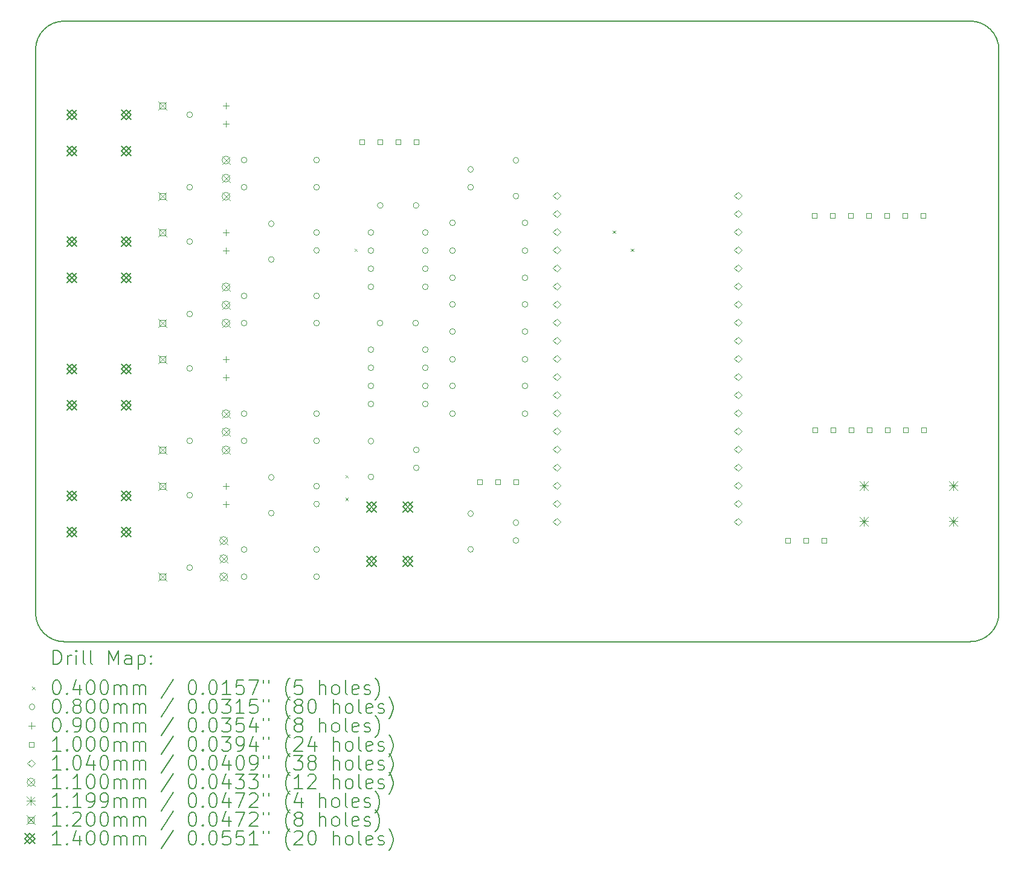
<source format=gbr>
%FSLAX45Y45*%
G04 Gerber Fmt 4.5, Leading zero omitted, Abs format (unit mm)*
G04 Created by KiCad (PCBNEW (6.0.4)) date 2022-07-29 23:36:17*
%MOMM*%
%LPD*%
G01*
G04 APERTURE LIST*
%TA.AperFunction,Profile*%
%ADD10C,0.200000*%
%TD*%
%ADD11C,0.200000*%
%ADD12C,0.040000*%
%ADD13C,0.080000*%
%ADD14C,0.090000*%
%ADD15C,0.100000*%
%ADD16C,0.104000*%
%ADD17C,0.110000*%
%ADD18C,0.119888*%
%ADD19C,0.120000*%
%ADD20C,0.140000*%
G04 APERTURE END LIST*
D10*
X6200000Y-5300000D02*
G75*
G03*
X5800000Y-5700000I0J-400000D01*
G01*
X18900000Y-5300000D02*
X6200000Y-5300000D01*
X6200000Y-14000000D02*
X18900000Y-14000000D01*
X5800000Y-5700000D02*
X5800000Y-13600000D01*
X18900000Y-14000000D02*
G75*
G03*
X19300000Y-13600000I0J400000D01*
G01*
X19300000Y-13600000D02*
X19300000Y-5700000D01*
X5800000Y-13600000D02*
G75*
G03*
X6200000Y-14000000I400000J0D01*
G01*
X19300000Y-5700000D02*
G75*
G03*
X18900000Y-5300000I-400000J0D01*
G01*
D11*
D12*
X10140000Y-11664000D02*
X10180000Y-11704000D01*
X10180000Y-11664000D02*
X10140000Y-11704000D01*
X10140000Y-11981500D02*
X10180000Y-12021500D01*
X10180000Y-11981500D02*
X10140000Y-12021500D01*
X10267000Y-8489000D02*
X10307000Y-8529000D01*
X10307000Y-8489000D02*
X10267000Y-8529000D01*
X13889790Y-8235000D02*
X13929790Y-8275000D01*
X13929790Y-8235000D02*
X13889790Y-8275000D01*
X14143790Y-8489000D02*
X14183790Y-8529000D01*
X14183790Y-8489000D02*
X14143790Y-8529000D01*
D13*
X8000000Y-6613000D02*
G75*
G03*
X8000000Y-6613000I-40000J0D01*
G01*
X8000000Y-7629000D02*
G75*
G03*
X8000000Y-7629000I-40000J0D01*
G01*
X8000000Y-8391000D02*
G75*
G03*
X8000000Y-8391000I-40000J0D01*
G01*
X8000000Y-9407000D02*
G75*
G03*
X8000000Y-9407000I-40000J0D01*
G01*
X8000000Y-10169000D02*
G75*
G03*
X8000000Y-10169000I-40000J0D01*
G01*
X8000000Y-11185000D02*
G75*
G03*
X8000000Y-11185000I-40000J0D01*
G01*
X8000000Y-11947000D02*
G75*
G03*
X8000000Y-11947000I-40000J0D01*
G01*
X8000000Y-12963000D02*
G75*
G03*
X8000000Y-12963000I-40000J0D01*
G01*
X8762000Y-7248000D02*
G75*
G03*
X8762000Y-7248000I-40000J0D01*
G01*
X8762000Y-7629000D02*
G75*
G03*
X8762000Y-7629000I-40000J0D01*
G01*
X8762000Y-9153000D02*
G75*
G03*
X8762000Y-9153000I-40000J0D01*
G01*
X8762000Y-9534000D02*
G75*
G03*
X8762000Y-9534000I-40000J0D01*
G01*
X8762000Y-10804000D02*
G75*
G03*
X8762000Y-10804000I-40000J0D01*
G01*
X8762000Y-11185000D02*
G75*
G03*
X8762000Y-11185000I-40000J0D01*
G01*
X8762000Y-12709000D02*
G75*
G03*
X8762000Y-12709000I-40000J0D01*
G01*
X8762000Y-13090000D02*
G75*
G03*
X8762000Y-13090000I-40000J0D01*
G01*
X9143000Y-8141000D02*
G75*
G03*
X9143000Y-8141000I-40000J0D01*
G01*
X9143000Y-8641000D02*
G75*
G03*
X9143000Y-8641000I-40000J0D01*
G01*
X9143000Y-11697000D02*
G75*
G03*
X9143000Y-11697000I-40000J0D01*
G01*
X9143000Y-12197000D02*
G75*
G03*
X9143000Y-12197000I-40000J0D01*
G01*
X9778000Y-7248000D02*
G75*
G03*
X9778000Y-7248000I-40000J0D01*
G01*
X9778000Y-7629000D02*
G75*
G03*
X9778000Y-7629000I-40000J0D01*
G01*
X9778000Y-8264000D02*
G75*
G03*
X9778000Y-8264000I-40000J0D01*
G01*
X9778000Y-8514000D02*
G75*
G03*
X9778000Y-8514000I-40000J0D01*
G01*
X9778000Y-9153000D02*
G75*
G03*
X9778000Y-9153000I-40000J0D01*
G01*
X9778000Y-9534000D02*
G75*
G03*
X9778000Y-9534000I-40000J0D01*
G01*
X9778000Y-10804000D02*
G75*
G03*
X9778000Y-10804000I-40000J0D01*
G01*
X9778000Y-11185000D02*
G75*
G03*
X9778000Y-11185000I-40000J0D01*
G01*
X9778000Y-11820000D02*
G75*
G03*
X9778000Y-11820000I-40000J0D01*
G01*
X9778000Y-12070000D02*
G75*
G03*
X9778000Y-12070000I-40000J0D01*
G01*
X9778000Y-12709000D02*
G75*
G03*
X9778000Y-12709000I-40000J0D01*
G01*
X9778000Y-13090000D02*
G75*
G03*
X9778000Y-13090000I-40000J0D01*
G01*
X10539000Y-8263000D02*
G75*
G03*
X10539000Y-8263000I-40000J0D01*
G01*
X10539000Y-8517000D02*
G75*
G03*
X10539000Y-8517000I-40000J0D01*
G01*
X10539000Y-8771000D02*
G75*
G03*
X10539000Y-8771000I-40000J0D01*
G01*
X10539000Y-9025000D02*
G75*
G03*
X10539000Y-9025000I-40000J0D01*
G01*
X10539000Y-9906000D02*
G75*
G03*
X10539000Y-9906000I-40000J0D01*
G01*
X10539000Y-10160000D02*
G75*
G03*
X10539000Y-10160000I-40000J0D01*
G01*
X10539000Y-10414000D02*
G75*
G03*
X10539000Y-10414000I-40000J0D01*
G01*
X10539000Y-10668000D02*
G75*
G03*
X10539000Y-10668000I-40000J0D01*
G01*
X10540000Y-11189000D02*
G75*
G03*
X10540000Y-11189000I-40000J0D01*
G01*
X10540000Y-11689000D02*
G75*
G03*
X10540000Y-11689000I-40000J0D01*
G01*
X10667000Y-9534000D02*
G75*
G03*
X10667000Y-9534000I-40000J0D01*
G01*
X10671000Y-7883000D02*
G75*
G03*
X10671000Y-7883000I-40000J0D01*
G01*
X11167000Y-9534000D02*
G75*
G03*
X11167000Y-9534000I-40000J0D01*
G01*
X11171000Y-7883000D02*
G75*
G03*
X11171000Y-7883000I-40000J0D01*
G01*
X11175000Y-11312000D02*
G75*
G03*
X11175000Y-11312000I-40000J0D01*
G01*
X11175000Y-11562000D02*
G75*
G03*
X11175000Y-11562000I-40000J0D01*
G01*
X11301000Y-8263000D02*
G75*
G03*
X11301000Y-8263000I-40000J0D01*
G01*
X11301000Y-8517000D02*
G75*
G03*
X11301000Y-8517000I-40000J0D01*
G01*
X11301000Y-8771000D02*
G75*
G03*
X11301000Y-8771000I-40000J0D01*
G01*
X11301000Y-9025000D02*
G75*
G03*
X11301000Y-9025000I-40000J0D01*
G01*
X11301000Y-9906000D02*
G75*
G03*
X11301000Y-9906000I-40000J0D01*
G01*
X11301000Y-10160000D02*
G75*
G03*
X11301000Y-10160000I-40000J0D01*
G01*
X11301000Y-10414000D02*
G75*
G03*
X11301000Y-10414000I-40000J0D01*
G01*
X11301000Y-10668000D02*
G75*
G03*
X11301000Y-10668000I-40000J0D01*
G01*
X11683000Y-8129000D02*
G75*
G03*
X11683000Y-8129000I-40000J0D01*
G01*
X11683000Y-8518000D02*
G75*
G03*
X11683000Y-8518000I-40000J0D01*
G01*
X11683000Y-8899000D02*
G75*
G03*
X11683000Y-8899000I-40000J0D01*
G01*
X11683000Y-9272000D02*
G75*
G03*
X11683000Y-9272000I-40000J0D01*
G01*
X11683000Y-9653000D02*
G75*
G03*
X11683000Y-9653000I-40000J0D01*
G01*
X11683000Y-10042000D02*
G75*
G03*
X11683000Y-10042000I-40000J0D01*
G01*
X11683000Y-10415000D02*
G75*
G03*
X11683000Y-10415000I-40000J0D01*
G01*
X11683000Y-10804000D02*
G75*
G03*
X11683000Y-10804000I-40000J0D01*
G01*
X11937000Y-7379000D02*
G75*
G03*
X11937000Y-7379000I-40000J0D01*
G01*
X11937000Y-7629000D02*
G75*
G03*
X11937000Y-7629000I-40000J0D01*
G01*
X11937000Y-12205000D02*
G75*
G03*
X11937000Y-12205000I-40000J0D01*
G01*
X11937000Y-12705000D02*
G75*
G03*
X11937000Y-12705000I-40000J0D01*
G01*
X12572000Y-7252000D02*
G75*
G03*
X12572000Y-7252000I-40000J0D01*
G01*
X12572000Y-7752000D02*
G75*
G03*
X12572000Y-7752000I-40000J0D01*
G01*
X12572000Y-12332000D02*
G75*
G03*
X12572000Y-12332000I-40000J0D01*
G01*
X12572000Y-12582000D02*
G75*
G03*
X12572000Y-12582000I-40000J0D01*
G01*
X12699000Y-8129000D02*
G75*
G03*
X12699000Y-8129000I-40000J0D01*
G01*
X12699000Y-8518000D02*
G75*
G03*
X12699000Y-8518000I-40000J0D01*
G01*
X12699000Y-8899000D02*
G75*
G03*
X12699000Y-8899000I-40000J0D01*
G01*
X12699000Y-9272000D02*
G75*
G03*
X12699000Y-9272000I-40000J0D01*
G01*
X12699000Y-9653000D02*
G75*
G03*
X12699000Y-9653000I-40000J0D01*
G01*
X12699000Y-10042000D02*
G75*
G03*
X12699000Y-10042000I-40000J0D01*
G01*
X12699000Y-10415000D02*
G75*
G03*
X12699000Y-10415000I-40000J0D01*
G01*
X12699000Y-10804000D02*
G75*
G03*
X12699000Y-10804000I-40000J0D01*
G01*
D14*
X8468000Y-6441000D02*
X8468000Y-6531000D01*
X8423000Y-6486000D02*
X8513000Y-6486000D01*
X8468000Y-6695000D02*
X8468000Y-6785000D01*
X8423000Y-6740000D02*
X8513000Y-6740000D01*
X8468000Y-8219000D02*
X8468000Y-8309000D01*
X8423000Y-8264000D02*
X8513000Y-8264000D01*
X8468000Y-8473000D02*
X8468000Y-8563000D01*
X8423000Y-8518000D02*
X8513000Y-8518000D01*
X8468000Y-9997000D02*
X8468000Y-10087000D01*
X8423000Y-10042000D02*
X8513000Y-10042000D01*
X8468000Y-10251000D02*
X8468000Y-10341000D01*
X8423000Y-10296000D02*
X8513000Y-10296000D01*
X8468000Y-11775000D02*
X8468000Y-11865000D01*
X8423000Y-11820000D02*
X8513000Y-11820000D01*
X8468000Y-12029000D02*
X8468000Y-12119000D01*
X8423000Y-12074000D02*
X8513000Y-12074000D01*
D15*
X10408356Y-7029356D02*
X10408356Y-6958644D01*
X10337644Y-6958644D01*
X10337644Y-7029356D01*
X10408356Y-7029356D01*
X10662356Y-7029356D02*
X10662356Y-6958644D01*
X10591644Y-6958644D01*
X10591644Y-7029356D01*
X10662356Y-7029356D01*
X10916356Y-7029356D02*
X10916356Y-6958644D01*
X10845644Y-6958644D01*
X10845644Y-7029356D01*
X10916356Y-7029356D01*
X11170356Y-7029356D02*
X11170356Y-6958644D01*
X11099644Y-6958644D01*
X11099644Y-7029356D01*
X11170356Y-7029356D01*
X12058356Y-11796356D02*
X12058356Y-11725644D01*
X11987644Y-11725644D01*
X11987644Y-11796356D01*
X12058356Y-11796356D01*
X12312356Y-11796356D02*
X12312356Y-11725644D01*
X12241644Y-11725644D01*
X12241644Y-11796356D01*
X12312356Y-11796356D01*
X12566356Y-11796356D02*
X12566356Y-11725644D01*
X12495644Y-11725644D01*
X12495644Y-11796356D01*
X12566356Y-11796356D01*
X16377356Y-12617356D02*
X16377356Y-12546644D01*
X16306644Y-12546644D01*
X16306644Y-12617356D01*
X16377356Y-12617356D01*
X16631356Y-12617356D02*
X16631356Y-12546644D01*
X16560644Y-12546644D01*
X16560644Y-12617356D01*
X16631356Y-12617356D01*
X16750976Y-8061676D02*
X16750976Y-7990964D01*
X16680264Y-7990964D01*
X16680264Y-8061676D01*
X16750976Y-8061676D01*
X16756956Y-11070426D02*
X16756956Y-10999714D01*
X16686244Y-10999714D01*
X16686244Y-11070426D01*
X16756956Y-11070426D01*
X16885356Y-12617356D02*
X16885356Y-12546644D01*
X16814644Y-12546644D01*
X16814644Y-12617356D01*
X16885356Y-12617356D01*
X17004976Y-8061676D02*
X17004976Y-7990964D01*
X16934264Y-7990964D01*
X16934264Y-8061676D01*
X17004976Y-8061676D01*
X17010956Y-11070426D02*
X17010956Y-10999714D01*
X16940244Y-10999714D01*
X16940244Y-11070426D01*
X17010956Y-11070426D01*
X17258976Y-8061676D02*
X17258976Y-7990964D01*
X17188264Y-7990964D01*
X17188264Y-8061676D01*
X17258976Y-8061676D01*
X17264956Y-11070426D02*
X17264956Y-10999714D01*
X17194244Y-10999714D01*
X17194244Y-11070426D01*
X17264956Y-11070426D01*
X17512976Y-8061676D02*
X17512976Y-7990964D01*
X17442264Y-7990964D01*
X17442264Y-8061676D01*
X17512976Y-8061676D01*
X17518956Y-11070426D02*
X17518956Y-10999714D01*
X17448244Y-10999714D01*
X17448244Y-11070426D01*
X17518956Y-11070426D01*
X17766976Y-8061676D02*
X17766976Y-7990964D01*
X17696264Y-7990964D01*
X17696264Y-8061676D01*
X17766976Y-8061676D01*
X17772956Y-11070426D02*
X17772956Y-10999714D01*
X17702244Y-10999714D01*
X17702244Y-11070426D01*
X17772956Y-11070426D01*
X18020976Y-8061676D02*
X18020976Y-7990964D01*
X17950264Y-7990964D01*
X17950264Y-8061676D01*
X18020976Y-8061676D01*
X18026956Y-11070426D02*
X18026956Y-10999714D01*
X17956244Y-10999714D01*
X17956244Y-11070426D01*
X18026956Y-11070426D01*
X18274976Y-8061676D02*
X18274976Y-7990964D01*
X18204264Y-7990964D01*
X18204264Y-8061676D01*
X18274976Y-8061676D01*
X18280956Y-11070426D02*
X18280956Y-10999714D01*
X18210244Y-10999714D01*
X18210244Y-11070426D01*
X18280956Y-11070426D01*
D16*
X13103500Y-7800500D02*
X13155500Y-7748500D01*
X13103500Y-7696500D01*
X13051500Y-7748500D01*
X13103500Y-7800500D01*
X13103500Y-8054500D02*
X13155500Y-8002500D01*
X13103500Y-7950500D01*
X13051500Y-8002500D01*
X13103500Y-8054500D01*
X13103500Y-8308500D02*
X13155500Y-8256500D01*
X13103500Y-8204500D01*
X13051500Y-8256500D01*
X13103500Y-8308500D01*
X13103500Y-8562500D02*
X13155500Y-8510500D01*
X13103500Y-8458500D01*
X13051500Y-8510500D01*
X13103500Y-8562500D01*
X13103500Y-8816500D02*
X13155500Y-8764500D01*
X13103500Y-8712500D01*
X13051500Y-8764500D01*
X13103500Y-8816500D01*
X13103500Y-9070500D02*
X13155500Y-9018500D01*
X13103500Y-8966500D01*
X13051500Y-9018500D01*
X13103500Y-9070500D01*
X13103500Y-9324500D02*
X13155500Y-9272500D01*
X13103500Y-9220500D01*
X13051500Y-9272500D01*
X13103500Y-9324500D01*
X13103500Y-9578500D02*
X13155500Y-9526500D01*
X13103500Y-9474500D01*
X13051500Y-9526500D01*
X13103500Y-9578500D01*
X13103500Y-9832500D02*
X13155500Y-9780500D01*
X13103500Y-9728500D01*
X13051500Y-9780500D01*
X13103500Y-9832500D01*
X13103500Y-10086500D02*
X13155500Y-10034500D01*
X13103500Y-9982500D01*
X13051500Y-10034500D01*
X13103500Y-10086500D01*
X13103500Y-10340500D02*
X13155500Y-10288500D01*
X13103500Y-10236500D01*
X13051500Y-10288500D01*
X13103500Y-10340500D01*
X13103500Y-10594500D02*
X13155500Y-10542500D01*
X13103500Y-10490500D01*
X13051500Y-10542500D01*
X13103500Y-10594500D01*
X13103500Y-10848500D02*
X13155500Y-10796500D01*
X13103500Y-10744500D01*
X13051500Y-10796500D01*
X13103500Y-10848500D01*
X13103500Y-11102500D02*
X13155500Y-11050500D01*
X13103500Y-10998500D01*
X13051500Y-11050500D01*
X13103500Y-11102500D01*
X13103500Y-11356500D02*
X13155500Y-11304500D01*
X13103500Y-11252500D01*
X13051500Y-11304500D01*
X13103500Y-11356500D01*
X13103500Y-11610500D02*
X13155500Y-11558500D01*
X13103500Y-11506500D01*
X13051500Y-11558500D01*
X13103500Y-11610500D01*
X13103500Y-11864500D02*
X13155500Y-11812500D01*
X13103500Y-11760500D01*
X13051500Y-11812500D01*
X13103500Y-11864500D01*
X13103500Y-12118500D02*
X13155500Y-12066500D01*
X13103500Y-12014500D01*
X13051500Y-12066500D01*
X13103500Y-12118500D01*
X13103500Y-12372500D02*
X13155500Y-12320500D01*
X13103500Y-12268500D01*
X13051500Y-12320500D01*
X13103500Y-12372500D01*
X15643500Y-7800500D02*
X15695500Y-7748500D01*
X15643500Y-7696500D01*
X15591500Y-7748500D01*
X15643500Y-7800500D01*
X15643500Y-8054500D02*
X15695500Y-8002500D01*
X15643500Y-7950500D01*
X15591500Y-8002500D01*
X15643500Y-8054500D01*
X15643500Y-8308500D02*
X15695500Y-8256500D01*
X15643500Y-8204500D01*
X15591500Y-8256500D01*
X15643500Y-8308500D01*
X15643500Y-8562500D02*
X15695500Y-8510500D01*
X15643500Y-8458500D01*
X15591500Y-8510500D01*
X15643500Y-8562500D01*
X15643500Y-8816500D02*
X15695500Y-8764500D01*
X15643500Y-8712500D01*
X15591500Y-8764500D01*
X15643500Y-8816500D01*
X15643500Y-9070500D02*
X15695500Y-9018500D01*
X15643500Y-8966500D01*
X15591500Y-9018500D01*
X15643500Y-9070500D01*
X15643500Y-9324500D02*
X15695500Y-9272500D01*
X15643500Y-9220500D01*
X15591500Y-9272500D01*
X15643500Y-9324500D01*
X15643500Y-9578500D02*
X15695500Y-9526500D01*
X15643500Y-9474500D01*
X15591500Y-9526500D01*
X15643500Y-9578500D01*
X15643500Y-9832500D02*
X15695500Y-9780500D01*
X15643500Y-9728500D01*
X15591500Y-9780500D01*
X15643500Y-9832500D01*
X15643500Y-10086500D02*
X15695500Y-10034500D01*
X15643500Y-9982500D01*
X15591500Y-10034500D01*
X15643500Y-10086500D01*
X15643500Y-10340500D02*
X15695500Y-10288500D01*
X15643500Y-10236500D01*
X15591500Y-10288500D01*
X15643500Y-10340500D01*
X15643500Y-10594500D02*
X15695500Y-10542500D01*
X15643500Y-10490500D01*
X15591500Y-10542500D01*
X15643500Y-10594500D01*
X15643500Y-10848500D02*
X15695500Y-10796500D01*
X15643500Y-10744500D01*
X15591500Y-10796500D01*
X15643500Y-10848500D01*
X15643500Y-11102500D02*
X15695500Y-11050500D01*
X15643500Y-10998500D01*
X15591500Y-11050500D01*
X15643500Y-11102500D01*
X15643500Y-11356500D02*
X15695500Y-11304500D01*
X15643500Y-11252500D01*
X15591500Y-11304500D01*
X15643500Y-11356500D01*
X15643500Y-11610500D02*
X15695500Y-11558500D01*
X15643500Y-11506500D01*
X15591500Y-11558500D01*
X15643500Y-11610500D01*
X15643500Y-11864500D02*
X15695500Y-11812500D01*
X15643500Y-11760500D01*
X15591500Y-11812500D01*
X15643500Y-11864500D01*
X15643500Y-12118500D02*
X15695500Y-12066500D01*
X15643500Y-12014500D01*
X15591500Y-12066500D01*
X15643500Y-12118500D01*
X15643500Y-12372500D02*
X15695500Y-12320500D01*
X15643500Y-12268500D01*
X15591500Y-12320500D01*
X15643500Y-12372500D01*
D17*
X8380500Y-12527000D02*
X8490500Y-12637000D01*
X8490500Y-12527000D02*
X8380500Y-12637000D01*
X8490500Y-12582000D02*
G75*
G03*
X8490500Y-12582000I-55000J0D01*
G01*
X8380500Y-12781000D02*
X8490500Y-12891000D01*
X8490500Y-12781000D02*
X8380500Y-12891000D01*
X8490500Y-12836000D02*
G75*
G03*
X8490500Y-12836000I-55000J0D01*
G01*
X8380500Y-13035000D02*
X8490500Y-13145000D01*
X8490500Y-13035000D02*
X8380500Y-13145000D01*
X8490500Y-13090000D02*
G75*
G03*
X8490500Y-13090000I-55000J0D01*
G01*
X8413000Y-7193000D02*
X8523000Y-7303000D01*
X8523000Y-7193000D02*
X8413000Y-7303000D01*
X8523000Y-7248000D02*
G75*
G03*
X8523000Y-7248000I-55000J0D01*
G01*
X8413000Y-7447000D02*
X8523000Y-7557000D01*
X8523000Y-7447000D02*
X8413000Y-7557000D01*
X8523000Y-7502000D02*
G75*
G03*
X8523000Y-7502000I-55000J0D01*
G01*
X8413000Y-7701000D02*
X8523000Y-7811000D01*
X8523000Y-7701000D02*
X8413000Y-7811000D01*
X8523000Y-7756000D02*
G75*
G03*
X8523000Y-7756000I-55000J0D01*
G01*
X8413000Y-8971000D02*
X8523000Y-9081000D01*
X8523000Y-8971000D02*
X8413000Y-9081000D01*
X8523000Y-9026000D02*
G75*
G03*
X8523000Y-9026000I-55000J0D01*
G01*
X8413000Y-9225000D02*
X8523000Y-9335000D01*
X8523000Y-9225000D02*
X8413000Y-9335000D01*
X8523000Y-9280000D02*
G75*
G03*
X8523000Y-9280000I-55000J0D01*
G01*
X8413000Y-9479000D02*
X8523000Y-9589000D01*
X8523000Y-9479000D02*
X8413000Y-9589000D01*
X8523000Y-9534000D02*
G75*
G03*
X8523000Y-9534000I-55000J0D01*
G01*
X8413000Y-10749000D02*
X8523000Y-10859000D01*
X8523000Y-10749000D02*
X8413000Y-10859000D01*
X8523000Y-10804000D02*
G75*
G03*
X8523000Y-10804000I-55000J0D01*
G01*
X8413000Y-11003000D02*
X8523000Y-11113000D01*
X8523000Y-11003000D02*
X8413000Y-11113000D01*
X8523000Y-11058000D02*
G75*
G03*
X8523000Y-11058000I-55000J0D01*
G01*
X8413000Y-11257000D02*
X8523000Y-11367000D01*
X8523000Y-11257000D02*
X8413000Y-11367000D01*
X8523000Y-11312000D02*
G75*
G03*
X8523000Y-11312000I-55000J0D01*
G01*
D18*
X17349216Y-11755120D02*
X17469104Y-11875008D01*
X17469104Y-11755120D02*
X17349216Y-11875008D01*
X17409160Y-11755120D02*
X17409160Y-11875008D01*
X17349216Y-11815064D02*
X17469104Y-11815064D01*
X17349216Y-12254992D02*
X17469104Y-12374880D01*
X17469104Y-12254992D02*
X17349216Y-12374880D01*
X17409160Y-12254992D02*
X17409160Y-12374880D01*
X17349216Y-12314936D02*
X17469104Y-12314936D01*
X18598896Y-11755120D02*
X18718784Y-11875008D01*
X18718784Y-11755120D02*
X18598896Y-11875008D01*
X18658840Y-11755120D02*
X18658840Y-11875008D01*
X18598896Y-11815064D02*
X18718784Y-11815064D01*
X18598896Y-12254992D02*
X18718784Y-12374880D01*
X18718784Y-12254992D02*
X18598896Y-12374880D01*
X18658840Y-12254992D02*
X18658840Y-12374880D01*
X18598896Y-12314936D02*
X18718784Y-12314936D01*
D19*
X7519000Y-6426000D02*
X7639000Y-6546000D01*
X7639000Y-6426000D02*
X7519000Y-6546000D01*
X7621427Y-6528427D02*
X7621427Y-6443573D01*
X7536573Y-6443573D01*
X7536573Y-6528427D01*
X7621427Y-6528427D01*
X7519000Y-7696000D02*
X7639000Y-7816000D01*
X7639000Y-7696000D02*
X7519000Y-7816000D01*
X7621427Y-7798427D02*
X7621427Y-7713573D01*
X7536573Y-7713573D01*
X7536573Y-7798427D01*
X7621427Y-7798427D01*
X7519000Y-8204000D02*
X7639000Y-8324000D01*
X7639000Y-8204000D02*
X7519000Y-8324000D01*
X7621427Y-8306427D02*
X7621427Y-8221573D01*
X7536573Y-8221573D01*
X7536573Y-8306427D01*
X7621427Y-8306427D01*
X7519000Y-9474000D02*
X7639000Y-9594000D01*
X7639000Y-9474000D02*
X7519000Y-9594000D01*
X7621427Y-9576427D02*
X7621427Y-9491573D01*
X7536573Y-9491573D01*
X7536573Y-9576427D01*
X7621427Y-9576427D01*
X7519000Y-9982000D02*
X7639000Y-10102000D01*
X7639000Y-9982000D02*
X7519000Y-10102000D01*
X7621427Y-10084427D02*
X7621427Y-9999573D01*
X7536573Y-9999573D01*
X7536573Y-10084427D01*
X7621427Y-10084427D01*
X7519000Y-11252000D02*
X7639000Y-11372000D01*
X7639000Y-11252000D02*
X7519000Y-11372000D01*
X7621427Y-11354427D02*
X7621427Y-11269573D01*
X7536573Y-11269573D01*
X7536573Y-11354427D01*
X7621427Y-11354427D01*
X7519000Y-11760000D02*
X7639000Y-11880000D01*
X7639000Y-11760000D02*
X7519000Y-11880000D01*
X7621427Y-11862427D02*
X7621427Y-11777573D01*
X7536573Y-11777573D01*
X7536573Y-11862427D01*
X7621427Y-11862427D01*
X7519000Y-13030000D02*
X7639000Y-13150000D01*
X7639000Y-13030000D02*
X7519000Y-13150000D01*
X7621427Y-13132427D02*
X7621427Y-13047573D01*
X7536573Y-13047573D01*
X7536573Y-13132427D01*
X7621427Y-13132427D01*
D20*
X6239000Y-6543000D02*
X6379000Y-6683000D01*
X6379000Y-6543000D02*
X6239000Y-6683000D01*
X6309000Y-6683000D02*
X6379000Y-6613000D01*
X6309000Y-6543000D01*
X6239000Y-6613000D01*
X6309000Y-6683000D01*
X6239000Y-7051000D02*
X6379000Y-7191000D01*
X6379000Y-7051000D02*
X6239000Y-7191000D01*
X6309000Y-7191000D02*
X6379000Y-7121000D01*
X6309000Y-7051000D01*
X6239000Y-7121000D01*
X6309000Y-7191000D01*
X6239000Y-8321000D02*
X6379000Y-8461000D01*
X6379000Y-8321000D02*
X6239000Y-8461000D01*
X6309000Y-8461000D02*
X6379000Y-8391000D01*
X6309000Y-8321000D01*
X6239000Y-8391000D01*
X6309000Y-8461000D01*
X6239000Y-8829000D02*
X6379000Y-8969000D01*
X6379000Y-8829000D02*
X6239000Y-8969000D01*
X6309000Y-8969000D02*
X6379000Y-8899000D01*
X6309000Y-8829000D01*
X6239000Y-8899000D01*
X6309000Y-8969000D01*
X6239000Y-10107000D02*
X6379000Y-10247000D01*
X6379000Y-10107000D02*
X6239000Y-10247000D01*
X6309000Y-10247000D02*
X6379000Y-10177000D01*
X6309000Y-10107000D01*
X6239000Y-10177000D01*
X6309000Y-10247000D01*
X6239000Y-10615000D02*
X6379000Y-10755000D01*
X6379000Y-10615000D02*
X6239000Y-10755000D01*
X6309000Y-10755000D02*
X6379000Y-10685000D01*
X6309000Y-10615000D01*
X6239000Y-10685000D01*
X6309000Y-10755000D01*
X6239000Y-11885000D02*
X6379000Y-12025000D01*
X6379000Y-11885000D02*
X6239000Y-12025000D01*
X6309000Y-12025000D02*
X6379000Y-11955000D01*
X6309000Y-11885000D01*
X6239000Y-11955000D01*
X6309000Y-12025000D01*
X6239000Y-12393000D02*
X6379000Y-12533000D01*
X6379000Y-12393000D02*
X6239000Y-12533000D01*
X6309000Y-12533000D02*
X6379000Y-12463000D01*
X6309000Y-12393000D01*
X6239000Y-12463000D01*
X6309000Y-12533000D01*
X7001000Y-6543000D02*
X7141000Y-6683000D01*
X7141000Y-6543000D02*
X7001000Y-6683000D01*
X7071000Y-6683000D02*
X7141000Y-6613000D01*
X7071000Y-6543000D01*
X7001000Y-6613000D01*
X7071000Y-6683000D01*
X7001000Y-7051000D02*
X7141000Y-7191000D01*
X7141000Y-7051000D02*
X7001000Y-7191000D01*
X7071000Y-7191000D02*
X7141000Y-7121000D01*
X7071000Y-7051000D01*
X7001000Y-7121000D01*
X7071000Y-7191000D01*
X7001000Y-8321000D02*
X7141000Y-8461000D01*
X7141000Y-8321000D02*
X7001000Y-8461000D01*
X7071000Y-8461000D02*
X7141000Y-8391000D01*
X7071000Y-8321000D01*
X7001000Y-8391000D01*
X7071000Y-8461000D01*
X7001000Y-8829000D02*
X7141000Y-8969000D01*
X7141000Y-8829000D02*
X7001000Y-8969000D01*
X7071000Y-8969000D02*
X7141000Y-8899000D01*
X7071000Y-8829000D01*
X7001000Y-8899000D01*
X7071000Y-8969000D01*
X7001000Y-10107000D02*
X7141000Y-10247000D01*
X7141000Y-10107000D02*
X7001000Y-10247000D01*
X7071000Y-10247000D02*
X7141000Y-10177000D01*
X7071000Y-10107000D01*
X7001000Y-10177000D01*
X7071000Y-10247000D01*
X7001000Y-10615000D02*
X7141000Y-10755000D01*
X7141000Y-10615000D02*
X7001000Y-10755000D01*
X7071000Y-10755000D02*
X7141000Y-10685000D01*
X7071000Y-10615000D01*
X7001000Y-10685000D01*
X7071000Y-10755000D01*
X7001000Y-11885000D02*
X7141000Y-12025000D01*
X7141000Y-11885000D02*
X7001000Y-12025000D01*
X7071000Y-12025000D02*
X7141000Y-11955000D01*
X7071000Y-11885000D01*
X7001000Y-11955000D01*
X7071000Y-12025000D01*
X7001000Y-12393000D02*
X7141000Y-12533000D01*
X7141000Y-12393000D02*
X7001000Y-12533000D01*
X7071000Y-12533000D02*
X7141000Y-12463000D01*
X7071000Y-12393000D01*
X7001000Y-12463000D01*
X7071000Y-12533000D01*
X10438000Y-12040750D02*
X10578000Y-12180750D01*
X10578000Y-12040750D02*
X10438000Y-12180750D01*
X10508000Y-12180750D02*
X10578000Y-12110750D01*
X10508000Y-12040750D01*
X10438000Y-12110750D01*
X10508000Y-12180750D01*
X10438000Y-12802750D02*
X10578000Y-12942750D01*
X10578000Y-12802750D02*
X10438000Y-12942750D01*
X10508000Y-12942750D02*
X10578000Y-12872750D01*
X10508000Y-12802750D01*
X10438000Y-12872750D01*
X10508000Y-12942750D01*
X10946000Y-12040750D02*
X11086000Y-12180750D01*
X11086000Y-12040750D02*
X10946000Y-12180750D01*
X11016000Y-12180750D02*
X11086000Y-12110750D01*
X11016000Y-12040750D01*
X10946000Y-12110750D01*
X11016000Y-12180750D01*
X10946000Y-12802750D02*
X11086000Y-12942750D01*
X11086000Y-12802750D02*
X10946000Y-12942750D01*
X11016000Y-12942750D02*
X11086000Y-12872750D01*
X11016000Y-12802750D01*
X10946000Y-12872750D01*
X11016000Y-12942750D01*
D11*
X6047619Y-14320476D02*
X6047619Y-14120476D01*
X6095238Y-14120476D01*
X6123809Y-14130000D01*
X6142857Y-14149048D01*
X6152381Y-14168095D01*
X6161905Y-14206190D01*
X6161905Y-14234762D01*
X6152381Y-14272857D01*
X6142857Y-14291905D01*
X6123809Y-14310952D01*
X6095238Y-14320476D01*
X6047619Y-14320476D01*
X6247619Y-14320476D02*
X6247619Y-14187143D01*
X6247619Y-14225238D02*
X6257143Y-14206190D01*
X6266667Y-14196667D01*
X6285714Y-14187143D01*
X6304762Y-14187143D01*
X6371428Y-14320476D02*
X6371428Y-14187143D01*
X6371428Y-14120476D02*
X6361905Y-14130000D01*
X6371428Y-14139524D01*
X6380952Y-14130000D01*
X6371428Y-14120476D01*
X6371428Y-14139524D01*
X6495238Y-14320476D02*
X6476190Y-14310952D01*
X6466667Y-14291905D01*
X6466667Y-14120476D01*
X6600000Y-14320476D02*
X6580952Y-14310952D01*
X6571428Y-14291905D01*
X6571428Y-14120476D01*
X6828571Y-14320476D02*
X6828571Y-14120476D01*
X6895238Y-14263333D01*
X6961905Y-14120476D01*
X6961905Y-14320476D01*
X7142857Y-14320476D02*
X7142857Y-14215714D01*
X7133333Y-14196667D01*
X7114286Y-14187143D01*
X7076190Y-14187143D01*
X7057143Y-14196667D01*
X7142857Y-14310952D02*
X7123809Y-14320476D01*
X7076190Y-14320476D01*
X7057143Y-14310952D01*
X7047619Y-14291905D01*
X7047619Y-14272857D01*
X7057143Y-14253809D01*
X7076190Y-14244286D01*
X7123809Y-14244286D01*
X7142857Y-14234762D01*
X7238095Y-14187143D02*
X7238095Y-14387143D01*
X7238095Y-14196667D02*
X7257143Y-14187143D01*
X7295238Y-14187143D01*
X7314286Y-14196667D01*
X7323809Y-14206190D01*
X7333333Y-14225238D01*
X7333333Y-14282381D01*
X7323809Y-14301428D01*
X7314286Y-14310952D01*
X7295238Y-14320476D01*
X7257143Y-14320476D01*
X7238095Y-14310952D01*
X7419048Y-14301428D02*
X7428571Y-14310952D01*
X7419048Y-14320476D01*
X7409524Y-14310952D01*
X7419048Y-14301428D01*
X7419048Y-14320476D01*
X7419048Y-14196667D02*
X7428571Y-14206190D01*
X7419048Y-14215714D01*
X7409524Y-14206190D01*
X7419048Y-14196667D01*
X7419048Y-14215714D01*
D12*
X5750000Y-14630000D02*
X5790000Y-14670000D01*
X5790000Y-14630000D02*
X5750000Y-14670000D01*
D11*
X6085714Y-14540476D02*
X6104762Y-14540476D01*
X6123809Y-14550000D01*
X6133333Y-14559524D01*
X6142857Y-14578571D01*
X6152381Y-14616667D01*
X6152381Y-14664286D01*
X6142857Y-14702381D01*
X6133333Y-14721428D01*
X6123809Y-14730952D01*
X6104762Y-14740476D01*
X6085714Y-14740476D01*
X6066667Y-14730952D01*
X6057143Y-14721428D01*
X6047619Y-14702381D01*
X6038095Y-14664286D01*
X6038095Y-14616667D01*
X6047619Y-14578571D01*
X6057143Y-14559524D01*
X6066667Y-14550000D01*
X6085714Y-14540476D01*
X6238095Y-14721428D02*
X6247619Y-14730952D01*
X6238095Y-14740476D01*
X6228571Y-14730952D01*
X6238095Y-14721428D01*
X6238095Y-14740476D01*
X6419048Y-14607143D02*
X6419048Y-14740476D01*
X6371428Y-14530952D02*
X6323809Y-14673809D01*
X6447619Y-14673809D01*
X6561905Y-14540476D02*
X6580952Y-14540476D01*
X6600000Y-14550000D01*
X6609524Y-14559524D01*
X6619048Y-14578571D01*
X6628571Y-14616667D01*
X6628571Y-14664286D01*
X6619048Y-14702381D01*
X6609524Y-14721428D01*
X6600000Y-14730952D01*
X6580952Y-14740476D01*
X6561905Y-14740476D01*
X6542857Y-14730952D01*
X6533333Y-14721428D01*
X6523809Y-14702381D01*
X6514286Y-14664286D01*
X6514286Y-14616667D01*
X6523809Y-14578571D01*
X6533333Y-14559524D01*
X6542857Y-14550000D01*
X6561905Y-14540476D01*
X6752381Y-14540476D02*
X6771428Y-14540476D01*
X6790476Y-14550000D01*
X6800000Y-14559524D01*
X6809524Y-14578571D01*
X6819048Y-14616667D01*
X6819048Y-14664286D01*
X6809524Y-14702381D01*
X6800000Y-14721428D01*
X6790476Y-14730952D01*
X6771428Y-14740476D01*
X6752381Y-14740476D01*
X6733333Y-14730952D01*
X6723809Y-14721428D01*
X6714286Y-14702381D01*
X6704762Y-14664286D01*
X6704762Y-14616667D01*
X6714286Y-14578571D01*
X6723809Y-14559524D01*
X6733333Y-14550000D01*
X6752381Y-14540476D01*
X6904762Y-14740476D02*
X6904762Y-14607143D01*
X6904762Y-14626190D02*
X6914286Y-14616667D01*
X6933333Y-14607143D01*
X6961905Y-14607143D01*
X6980952Y-14616667D01*
X6990476Y-14635714D01*
X6990476Y-14740476D01*
X6990476Y-14635714D02*
X7000000Y-14616667D01*
X7019048Y-14607143D01*
X7047619Y-14607143D01*
X7066667Y-14616667D01*
X7076190Y-14635714D01*
X7076190Y-14740476D01*
X7171428Y-14740476D02*
X7171428Y-14607143D01*
X7171428Y-14626190D02*
X7180952Y-14616667D01*
X7200000Y-14607143D01*
X7228571Y-14607143D01*
X7247619Y-14616667D01*
X7257143Y-14635714D01*
X7257143Y-14740476D01*
X7257143Y-14635714D02*
X7266667Y-14616667D01*
X7285714Y-14607143D01*
X7314286Y-14607143D01*
X7333333Y-14616667D01*
X7342857Y-14635714D01*
X7342857Y-14740476D01*
X7733333Y-14530952D02*
X7561905Y-14788095D01*
X7990476Y-14540476D02*
X8009524Y-14540476D01*
X8028571Y-14550000D01*
X8038095Y-14559524D01*
X8047619Y-14578571D01*
X8057143Y-14616667D01*
X8057143Y-14664286D01*
X8047619Y-14702381D01*
X8038095Y-14721428D01*
X8028571Y-14730952D01*
X8009524Y-14740476D01*
X7990476Y-14740476D01*
X7971428Y-14730952D01*
X7961905Y-14721428D01*
X7952381Y-14702381D01*
X7942857Y-14664286D01*
X7942857Y-14616667D01*
X7952381Y-14578571D01*
X7961905Y-14559524D01*
X7971428Y-14550000D01*
X7990476Y-14540476D01*
X8142857Y-14721428D02*
X8152381Y-14730952D01*
X8142857Y-14740476D01*
X8133333Y-14730952D01*
X8142857Y-14721428D01*
X8142857Y-14740476D01*
X8276190Y-14540476D02*
X8295238Y-14540476D01*
X8314286Y-14550000D01*
X8323809Y-14559524D01*
X8333333Y-14578571D01*
X8342857Y-14616667D01*
X8342857Y-14664286D01*
X8333333Y-14702381D01*
X8323809Y-14721428D01*
X8314286Y-14730952D01*
X8295238Y-14740476D01*
X8276190Y-14740476D01*
X8257143Y-14730952D01*
X8247619Y-14721428D01*
X8238095Y-14702381D01*
X8228571Y-14664286D01*
X8228571Y-14616667D01*
X8238095Y-14578571D01*
X8247619Y-14559524D01*
X8257143Y-14550000D01*
X8276190Y-14540476D01*
X8533333Y-14740476D02*
X8419048Y-14740476D01*
X8476190Y-14740476D02*
X8476190Y-14540476D01*
X8457143Y-14569048D01*
X8438095Y-14588095D01*
X8419048Y-14597619D01*
X8714286Y-14540476D02*
X8619048Y-14540476D01*
X8609524Y-14635714D01*
X8619048Y-14626190D01*
X8638095Y-14616667D01*
X8685714Y-14616667D01*
X8704762Y-14626190D01*
X8714286Y-14635714D01*
X8723810Y-14654762D01*
X8723810Y-14702381D01*
X8714286Y-14721428D01*
X8704762Y-14730952D01*
X8685714Y-14740476D01*
X8638095Y-14740476D01*
X8619048Y-14730952D01*
X8609524Y-14721428D01*
X8790476Y-14540476D02*
X8923810Y-14540476D01*
X8838095Y-14740476D01*
X8990476Y-14540476D02*
X8990476Y-14578571D01*
X9066667Y-14540476D02*
X9066667Y-14578571D01*
X9361905Y-14816667D02*
X9352381Y-14807143D01*
X9333333Y-14778571D01*
X9323810Y-14759524D01*
X9314286Y-14730952D01*
X9304762Y-14683333D01*
X9304762Y-14645238D01*
X9314286Y-14597619D01*
X9323810Y-14569048D01*
X9333333Y-14550000D01*
X9352381Y-14521428D01*
X9361905Y-14511905D01*
X9533333Y-14540476D02*
X9438095Y-14540476D01*
X9428571Y-14635714D01*
X9438095Y-14626190D01*
X9457143Y-14616667D01*
X9504762Y-14616667D01*
X9523810Y-14626190D01*
X9533333Y-14635714D01*
X9542857Y-14654762D01*
X9542857Y-14702381D01*
X9533333Y-14721428D01*
X9523810Y-14730952D01*
X9504762Y-14740476D01*
X9457143Y-14740476D01*
X9438095Y-14730952D01*
X9428571Y-14721428D01*
X9780952Y-14740476D02*
X9780952Y-14540476D01*
X9866667Y-14740476D02*
X9866667Y-14635714D01*
X9857143Y-14616667D01*
X9838095Y-14607143D01*
X9809524Y-14607143D01*
X9790476Y-14616667D01*
X9780952Y-14626190D01*
X9990476Y-14740476D02*
X9971429Y-14730952D01*
X9961905Y-14721428D01*
X9952381Y-14702381D01*
X9952381Y-14645238D01*
X9961905Y-14626190D01*
X9971429Y-14616667D01*
X9990476Y-14607143D01*
X10019048Y-14607143D01*
X10038095Y-14616667D01*
X10047619Y-14626190D01*
X10057143Y-14645238D01*
X10057143Y-14702381D01*
X10047619Y-14721428D01*
X10038095Y-14730952D01*
X10019048Y-14740476D01*
X9990476Y-14740476D01*
X10171429Y-14740476D02*
X10152381Y-14730952D01*
X10142857Y-14711905D01*
X10142857Y-14540476D01*
X10323810Y-14730952D02*
X10304762Y-14740476D01*
X10266667Y-14740476D01*
X10247619Y-14730952D01*
X10238095Y-14711905D01*
X10238095Y-14635714D01*
X10247619Y-14616667D01*
X10266667Y-14607143D01*
X10304762Y-14607143D01*
X10323810Y-14616667D01*
X10333333Y-14635714D01*
X10333333Y-14654762D01*
X10238095Y-14673809D01*
X10409524Y-14730952D02*
X10428571Y-14740476D01*
X10466667Y-14740476D01*
X10485714Y-14730952D01*
X10495238Y-14711905D01*
X10495238Y-14702381D01*
X10485714Y-14683333D01*
X10466667Y-14673809D01*
X10438095Y-14673809D01*
X10419048Y-14664286D01*
X10409524Y-14645238D01*
X10409524Y-14635714D01*
X10419048Y-14616667D01*
X10438095Y-14607143D01*
X10466667Y-14607143D01*
X10485714Y-14616667D01*
X10561905Y-14816667D02*
X10571429Y-14807143D01*
X10590476Y-14778571D01*
X10600000Y-14759524D01*
X10609524Y-14730952D01*
X10619048Y-14683333D01*
X10619048Y-14645238D01*
X10609524Y-14597619D01*
X10600000Y-14569048D01*
X10590476Y-14550000D01*
X10571429Y-14521428D01*
X10561905Y-14511905D01*
D13*
X5790000Y-14914000D02*
G75*
G03*
X5790000Y-14914000I-40000J0D01*
G01*
D11*
X6085714Y-14804476D02*
X6104762Y-14804476D01*
X6123809Y-14814000D01*
X6133333Y-14823524D01*
X6142857Y-14842571D01*
X6152381Y-14880667D01*
X6152381Y-14928286D01*
X6142857Y-14966381D01*
X6133333Y-14985428D01*
X6123809Y-14994952D01*
X6104762Y-15004476D01*
X6085714Y-15004476D01*
X6066667Y-14994952D01*
X6057143Y-14985428D01*
X6047619Y-14966381D01*
X6038095Y-14928286D01*
X6038095Y-14880667D01*
X6047619Y-14842571D01*
X6057143Y-14823524D01*
X6066667Y-14814000D01*
X6085714Y-14804476D01*
X6238095Y-14985428D02*
X6247619Y-14994952D01*
X6238095Y-15004476D01*
X6228571Y-14994952D01*
X6238095Y-14985428D01*
X6238095Y-15004476D01*
X6361905Y-14890190D02*
X6342857Y-14880667D01*
X6333333Y-14871143D01*
X6323809Y-14852095D01*
X6323809Y-14842571D01*
X6333333Y-14823524D01*
X6342857Y-14814000D01*
X6361905Y-14804476D01*
X6400000Y-14804476D01*
X6419048Y-14814000D01*
X6428571Y-14823524D01*
X6438095Y-14842571D01*
X6438095Y-14852095D01*
X6428571Y-14871143D01*
X6419048Y-14880667D01*
X6400000Y-14890190D01*
X6361905Y-14890190D01*
X6342857Y-14899714D01*
X6333333Y-14909238D01*
X6323809Y-14928286D01*
X6323809Y-14966381D01*
X6333333Y-14985428D01*
X6342857Y-14994952D01*
X6361905Y-15004476D01*
X6400000Y-15004476D01*
X6419048Y-14994952D01*
X6428571Y-14985428D01*
X6438095Y-14966381D01*
X6438095Y-14928286D01*
X6428571Y-14909238D01*
X6419048Y-14899714D01*
X6400000Y-14890190D01*
X6561905Y-14804476D02*
X6580952Y-14804476D01*
X6600000Y-14814000D01*
X6609524Y-14823524D01*
X6619048Y-14842571D01*
X6628571Y-14880667D01*
X6628571Y-14928286D01*
X6619048Y-14966381D01*
X6609524Y-14985428D01*
X6600000Y-14994952D01*
X6580952Y-15004476D01*
X6561905Y-15004476D01*
X6542857Y-14994952D01*
X6533333Y-14985428D01*
X6523809Y-14966381D01*
X6514286Y-14928286D01*
X6514286Y-14880667D01*
X6523809Y-14842571D01*
X6533333Y-14823524D01*
X6542857Y-14814000D01*
X6561905Y-14804476D01*
X6752381Y-14804476D02*
X6771428Y-14804476D01*
X6790476Y-14814000D01*
X6800000Y-14823524D01*
X6809524Y-14842571D01*
X6819048Y-14880667D01*
X6819048Y-14928286D01*
X6809524Y-14966381D01*
X6800000Y-14985428D01*
X6790476Y-14994952D01*
X6771428Y-15004476D01*
X6752381Y-15004476D01*
X6733333Y-14994952D01*
X6723809Y-14985428D01*
X6714286Y-14966381D01*
X6704762Y-14928286D01*
X6704762Y-14880667D01*
X6714286Y-14842571D01*
X6723809Y-14823524D01*
X6733333Y-14814000D01*
X6752381Y-14804476D01*
X6904762Y-15004476D02*
X6904762Y-14871143D01*
X6904762Y-14890190D02*
X6914286Y-14880667D01*
X6933333Y-14871143D01*
X6961905Y-14871143D01*
X6980952Y-14880667D01*
X6990476Y-14899714D01*
X6990476Y-15004476D01*
X6990476Y-14899714D02*
X7000000Y-14880667D01*
X7019048Y-14871143D01*
X7047619Y-14871143D01*
X7066667Y-14880667D01*
X7076190Y-14899714D01*
X7076190Y-15004476D01*
X7171428Y-15004476D02*
X7171428Y-14871143D01*
X7171428Y-14890190D02*
X7180952Y-14880667D01*
X7200000Y-14871143D01*
X7228571Y-14871143D01*
X7247619Y-14880667D01*
X7257143Y-14899714D01*
X7257143Y-15004476D01*
X7257143Y-14899714D02*
X7266667Y-14880667D01*
X7285714Y-14871143D01*
X7314286Y-14871143D01*
X7333333Y-14880667D01*
X7342857Y-14899714D01*
X7342857Y-15004476D01*
X7733333Y-14794952D02*
X7561905Y-15052095D01*
X7990476Y-14804476D02*
X8009524Y-14804476D01*
X8028571Y-14814000D01*
X8038095Y-14823524D01*
X8047619Y-14842571D01*
X8057143Y-14880667D01*
X8057143Y-14928286D01*
X8047619Y-14966381D01*
X8038095Y-14985428D01*
X8028571Y-14994952D01*
X8009524Y-15004476D01*
X7990476Y-15004476D01*
X7971428Y-14994952D01*
X7961905Y-14985428D01*
X7952381Y-14966381D01*
X7942857Y-14928286D01*
X7942857Y-14880667D01*
X7952381Y-14842571D01*
X7961905Y-14823524D01*
X7971428Y-14814000D01*
X7990476Y-14804476D01*
X8142857Y-14985428D02*
X8152381Y-14994952D01*
X8142857Y-15004476D01*
X8133333Y-14994952D01*
X8142857Y-14985428D01*
X8142857Y-15004476D01*
X8276190Y-14804476D02*
X8295238Y-14804476D01*
X8314286Y-14814000D01*
X8323809Y-14823524D01*
X8333333Y-14842571D01*
X8342857Y-14880667D01*
X8342857Y-14928286D01*
X8333333Y-14966381D01*
X8323809Y-14985428D01*
X8314286Y-14994952D01*
X8295238Y-15004476D01*
X8276190Y-15004476D01*
X8257143Y-14994952D01*
X8247619Y-14985428D01*
X8238095Y-14966381D01*
X8228571Y-14928286D01*
X8228571Y-14880667D01*
X8238095Y-14842571D01*
X8247619Y-14823524D01*
X8257143Y-14814000D01*
X8276190Y-14804476D01*
X8409524Y-14804476D02*
X8533333Y-14804476D01*
X8466667Y-14880667D01*
X8495238Y-14880667D01*
X8514286Y-14890190D01*
X8523810Y-14899714D01*
X8533333Y-14918762D01*
X8533333Y-14966381D01*
X8523810Y-14985428D01*
X8514286Y-14994952D01*
X8495238Y-15004476D01*
X8438095Y-15004476D01*
X8419048Y-14994952D01*
X8409524Y-14985428D01*
X8723810Y-15004476D02*
X8609524Y-15004476D01*
X8666667Y-15004476D02*
X8666667Y-14804476D01*
X8647619Y-14833048D01*
X8628571Y-14852095D01*
X8609524Y-14861619D01*
X8904762Y-14804476D02*
X8809524Y-14804476D01*
X8800000Y-14899714D01*
X8809524Y-14890190D01*
X8828571Y-14880667D01*
X8876190Y-14880667D01*
X8895238Y-14890190D01*
X8904762Y-14899714D01*
X8914286Y-14918762D01*
X8914286Y-14966381D01*
X8904762Y-14985428D01*
X8895238Y-14994952D01*
X8876190Y-15004476D01*
X8828571Y-15004476D01*
X8809524Y-14994952D01*
X8800000Y-14985428D01*
X8990476Y-14804476D02*
X8990476Y-14842571D01*
X9066667Y-14804476D02*
X9066667Y-14842571D01*
X9361905Y-15080667D02*
X9352381Y-15071143D01*
X9333333Y-15042571D01*
X9323810Y-15023524D01*
X9314286Y-14994952D01*
X9304762Y-14947333D01*
X9304762Y-14909238D01*
X9314286Y-14861619D01*
X9323810Y-14833048D01*
X9333333Y-14814000D01*
X9352381Y-14785428D01*
X9361905Y-14775905D01*
X9466667Y-14890190D02*
X9447619Y-14880667D01*
X9438095Y-14871143D01*
X9428571Y-14852095D01*
X9428571Y-14842571D01*
X9438095Y-14823524D01*
X9447619Y-14814000D01*
X9466667Y-14804476D01*
X9504762Y-14804476D01*
X9523810Y-14814000D01*
X9533333Y-14823524D01*
X9542857Y-14842571D01*
X9542857Y-14852095D01*
X9533333Y-14871143D01*
X9523810Y-14880667D01*
X9504762Y-14890190D01*
X9466667Y-14890190D01*
X9447619Y-14899714D01*
X9438095Y-14909238D01*
X9428571Y-14928286D01*
X9428571Y-14966381D01*
X9438095Y-14985428D01*
X9447619Y-14994952D01*
X9466667Y-15004476D01*
X9504762Y-15004476D01*
X9523810Y-14994952D01*
X9533333Y-14985428D01*
X9542857Y-14966381D01*
X9542857Y-14928286D01*
X9533333Y-14909238D01*
X9523810Y-14899714D01*
X9504762Y-14890190D01*
X9666667Y-14804476D02*
X9685714Y-14804476D01*
X9704762Y-14814000D01*
X9714286Y-14823524D01*
X9723810Y-14842571D01*
X9733333Y-14880667D01*
X9733333Y-14928286D01*
X9723810Y-14966381D01*
X9714286Y-14985428D01*
X9704762Y-14994952D01*
X9685714Y-15004476D01*
X9666667Y-15004476D01*
X9647619Y-14994952D01*
X9638095Y-14985428D01*
X9628571Y-14966381D01*
X9619048Y-14928286D01*
X9619048Y-14880667D01*
X9628571Y-14842571D01*
X9638095Y-14823524D01*
X9647619Y-14814000D01*
X9666667Y-14804476D01*
X9971429Y-15004476D02*
X9971429Y-14804476D01*
X10057143Y-15004476D02*
X10057143Y-14899714D01*
X10047619Y-14880667D01*
X10028571Y-14871143D01*
X10000000Y-14871143D01*
X9980952Y-14880667D01*
X9971429Y-14890190D01*
X10180952Y-15004476D02*
X10161905Y-14994952D01*
X10152381Y-14985428D01*
X10142857Y-14966381D01*
X10142857Y-14909238D01*
X10152381Y-14890190D01*
X10161905Y-14880667D01*
X10180952Y-14871143D01*
X10209524Y-14871143D01*
X10228571Y-14880667D01*
X10238095Y-14890190D01*
X10247619Y-14909238D01*
X10247619Y-14966381D01*
X10238095Y-14985428D01*
X10228571Y-14994952D01*
X10209524Y-15004476D01*
X10180952Y-15004476D01*
X10361905Y-15004476D02*
X10342857Y-14994952D01*
X10333333Y-14975905D01*
X10333333Y-14804476D01*
X10514286Y-14994952D02*
X10495238Y-15004476D01*
X10457143Y-15004476D01*
X10438095Y-14994952D01*
X10428571Y-14975905D01*
X10428571Y-14899714D01*
X10438095Y-14880667D01*
X10457143Y-14871143D01*
X10495238Y-14871143D01*
X10514286Y-14880667D01*
X10523810Y-14899714D01*
X10523810Y-14918762D01*
X10428571Y-14937809D01*
X10600000Y-14994952D02*
X10619048Y-15004476D01*
X10657143Y-15004476D01*
X10676190Y-14994952D01*
X10685714Y-14975905D01*
X10685714Y-14966381D01*
X10676190Y-14947333D01*
X10657143Y-14937809D01*
X10628571Y-14937809D01*
X10609524Y-14928286D01*
X10600000Y-14909238D01*
X10600000Y-14899714D01*
X10609524Y-14880667D01*
X10628571Y-14871143D01*
X10657143Y-14871143D01*
X10676190Y-14880667D01*
X10752381Y-15080667D02*
X10761905Y-15071143D01*
X10780952Y-15042571D01*
X10790476Y-15023524D01*
X10800000Y-14994952D01*
X10809524Y-14947333D01*
X10809524Y-14909238D01*
X10800000Y-14861619D01*
X10790476Y-14833048D01*
X10780952Y-14814000D01*
X10761905Y-14785428D01*
X10752381Y-14775905D01*
D14*
X5745000Y-15133000D02*
X5745000Y-15223000D01*
X5700000Y-15178000D02*
X5790000Y-15178000D01*
D11*
X6085714Y-15068476D02*
X6104762Y-15068476D01*
X6123809Y-15078000D01*
X6133333Y-15087524D01*
X6142857Y-15106571D01*
X6152381Y-15144667D01*
X6152381Y-15192286D01*
X6142857Y-15230381D01*
X6133333Y-15249428D01*
X6123809Y-15258952D01*
X6104762Y-15268476D01*
X6085714Y-15268476D01*
X6066667Y-15258952D01*
X6057143Y-15249428D01*
X6047619Y-15230381D01*
X6038095Y-15192286D01*
X6038095Y-15144667D01*
X6047619Y-15106571D01*
X6057143Y-15087524D01*
X6066667Y-15078000D01*
X6085714Y-15068476D01*
X6238095Y-15249428D02*
X6247619Y-15258952D01*
X6238095Y-15268476D01*
X6228571Y-15258952D01*
X6238095Y-15249428D01*
X6238095Y-15268476D01*
X6342857Y-15268476D02*
X6380952Y-15268476D01*
X6400000Y-15258952D01*
X6409524Y-15249428D01*
X6428571Y-15220857D01*
X6438095Y-15182762D01*
X6438095Y-15106571D01*
X6428571Y-15087524D01*
X6419048Y-15078000D01*
X6400000Y-15068476D01*
X6361905Y-15068476D01*
X6342857Y-15078000D01*
X6333333Y-15087524D01*
X6323809Y-15106571D01*
X6323809Y-15154190D01*
X6333333Y-15173238D01*
X6342857Y-15182762D01*
X6361905Y-15192286D01*
X6400000Y-15192286D01*
X6419048Y-15182762D01*
X6428571Y-15173238D01*
X6438095Y-15154190D01*
X6561905Y-15068476D02*
X6580952Y-15068476D01*
X6600000Y-15078000D01*
X6609524Y-15087524D01*
X6619048Y-15106571D01*
X6628571Y-15144667D01*
X6628571Y-15192286D01*
X6619048Y-15230381D01*
X6609524Y-15249428D01*
X6600000Y-15258952D01*
X6580952Y-15268476D01*
X6561905Y-15268476D01*
X6542857Y-15258952D01*
X6533333Y-15249428D01*
X6523809Y-15230381D01*
X6514286Y-15192286D01*
X6514286Y-15144667D01*
X6523809Y-15106571D01*
X6533333Y-15087524D01*
X6542857Y-15078000D01*
X6561905Y-15068476D01*
X6752381Y-15068476D02*
X6771428Y-15068476D01*
X6790476Y-15078000D01*
X6800000Y-15087524D01*
X6809524Y-15106571D01*
X6819048Y-15144667D01*
X6819048Y-15192286D01*
X6809524Y-15230381D01*
X6800000Y-15249428D01*
X6790476Y-15258952D01*
X6771428Y-15268476D01*
X6752381Y-15268476D01*
X6733333Y-15258952D01*
X6723809Y-15249428D01*
X6714286Y-15230381D01*
X6704762Y-15192286D01*
X6704762Y-15144667D01*
X6714286Y-15106571D01*
X6723809Y-15087524D01*
X6733333Y-15078000D01*
X6752381Y-15068476D01*
X6904762Y-15268476D02*
X6904762Y-15135143D01*
X6904762Y-15154190D02*
X6914286Y-15144667D01*
X6933333Y-15135143D01*
X6961905Y-15135143D01*
X6980952Y-15144667D01*
X6990476Y-15163714D01*
X6990476Y-15268476D01*
X6990476Y-15163714D02*
X7000000Y-15144667D01*
X7019048Y-15135143D01*
X7047619Y-15135143D01*
X7066667Y-15144667D01*
X7076190Y-15163714D01*
X7076190Y-15268476D01*
X7171428Y-15268476D02*
X7171428Y-15135143D01*
X7171428Y-15154190D02*
X7180952Y-15144667D01*
X7200000Y-15135143D01*
X7228571Y-15135143D01*
X7247619Y-15144667D01*
X7257143Y-15163714D01*
X7257143Y-15268476D01*
X7257143Y-15163714D02*
X7266667Y-15144667D01*
X7285714Y-15135143D01*
X7314286Y-15135143D01*
X7333333Y-15144667D01*
X7342857Y-15163714D01*
X7342857Y-15268476D01*
X7733333Y-15058952D02*
X7561905Y-15316095D01*
X7990476Y-15068476D02*
X8009524Y-15068476D01*
X8028571Y-15078000D01*
X8038095Y-15087524D01*
X8047619Y-15106571D01*
X8057143Y-15144667D01*
X8057143Y-15192286D01*
X8047619Y-15230381D01*
X8038095Y-15249428D01*
X8028571Y-15258952D01*
X8009524Y-15268476D01*
X7990476Y-15268476D01*
X7971428Y-15258952D01*
X7961905Y-15249428D01*
X7952381Y-15230381D01*
X7942857Y-15192286D01*
X7942857Y-15144667D01*
X7952381Y-15106571D01*
X7961905Y-15087524D01*
X7971428Y-15078000D01*
X7990476Y-15068476D01*
X8142857Y-15249428D02*
X8152381Y-15258952D01*
X8142857Y-15268476D01*
X8133333Y-15258952D01*
X8142857Y-15249428D01*
X8142857Y-15268476D01*
X8276190Y-15068476D02*
X8295238Y-15068476D01*
X8314286Y-15078000D01*
X8323809Y-15087524D01*
X8333333Y-15106571D01*
X8342857Y-15144667D01*
X8342857Y-15192286D01*
X8333333Y-15230381D01*
X8323809Y-15249428D01*
X8314286Y-15258952D01*
X8295238Y-15268476D01*
X8276190Y-15268476D01*
X8257143Y-15258952D01*
X8247619Y-15249428D01*
X8238095Y-15230381D01*
X8228571Y-15192286D01*
X8228571Y-15144667D01*
X8238095Y-15106571D01*
X8247619Y-15087524D01*
X8257143Y-15078000D01*
X8276190Y-15068476D01*
X8409524Y-15068476D02*
X8533333Y-15068476D01*
X8466667Y-15144667D01*
X8495238Y-15144667D01*
X8514286Y-15154190D01*
X8523810Y-15163714D01*
X8533333Y-15182762D01*
X8533333Y-15230381D01*
X8523810Y-15249428D01*
X8514286Y-15258952D01*
X8495238Y-15268476D01*
X8438095Y-15268476D01*
X8419048Y-15258952D01*
X8409524Y-15249428D01*
X8714286Y-15068476D02*
X8619048Y-15068476D01*
X8609524Y-15163714D01*
X8619048Y-15154190D01*
X8638095Y-15144667D01*
X8685714Y-15144667D01*
X8704762Y-15154190D01*
X8714286Y-15163714D01*
X8723810Y-15182762D01*
X8723810Y-15230381D01*
X8714286Y-15249428D01*
X8704762Y-15258952D01*
X8685714Y-15268476D01*
X8638095Y-15268476D01*
X8619048Y-15258952D01*
X8609524Y-15249428D01*
X8895238Y-15135143D02*
X8895238Y-15268476D01*
X8847619Y-15058952D02*
X8800000Y-15201809D01*
X8923810Y-15201809D01*
X8990476Y-15068476D02*
X8990476Y-15106571D01*
X9066667Y-15068476D02*
X9066667Y-15106571D01*
X9361905Y-15344667D02*
X9352381Y-15335143D01*
X9333333Y-15306571D01*
X9323810Y-15287524D01*
X9314286Y-15258952D01*
X9304762Y-15211333D01*
X9304762Y-15173238D01*
X9314286Y-15125619D01*
X9323810Y-15097048D01*
X9333333Y-15078000D01*
X9352381Y-15049428D01*
X9361905Y-15039905D01*
X9466667Y-15154190D02*
X9447619Y-15144667D01*
X9438095Y-15135143D01*
X9428571Y-15116095D01*
X9428571Y-15106571D01*
X9438095Y-15087524D01*
X9447619Y-15078000D01*
X9466667Y-15068476D01*
X9504762Y-15068476D01*
X9523810Y-15078000D01*
X9533333Y-15087524D01*
X9542857Y-15106571D01*
X9542857Y-15116095D01*
X9533333Y-15135143D01*
X9523810Y-15144667D01*
X9504762Y-15154190D01*
X9466667Y-15154190D01*
X9447619Y-15163714D01*
X9438095Y-15173238D01*
X9428571Y-15192286D01*
X9428571Y-15230381D01*
X9438095Y-15249428D01*
X9447619Y-15258952D01*
X9466667Y-15268476D01*
X9504762Y-15268476D01*
X9523810Y-15258952D01*
X9533333Y-15249428D01*
X9542857Y-15230381D01*
X9542857Y-15192286D01*
X9533333Y-15173238D01*
X9523810Y-15163714D01*
X9504762Y-15154190D01*
X9780952Y-15268476D02*
X9780952Y-15068476D01*
X9866667Y-15268476D02*
X9866667Y-15163714D01*
X9857143Y-15144667D01*
X9838095Y-15135143D01*
X9809524Y-15135143D01*
X9790476Y-15144667D01*
X9780952Y-15154190D01*
X9990476Y-15268476D02*
X9971429Y-15258952D01*
X9961905Y-15249428D01*
X9952381Y-15230381D01*
X9952381Y-15173238D01*
X9961905Y-15154190D01*
X9971429Y-15144667D01*
X9990476Y-15135143D01*
X10019048Y-15135143D01*
X10038095Y-15144667D01*
X10047619Y-15154190D01*
X10057143Y-15173238D01*
X10057143Y-15230381D01*
X10047619Y-15249428D01*
X10038095Y-15258952D01*
X10019048Y-15268476D01*
X9990476Y-15268476D01*
X10171429Y-15268476D02*
X10152381Y-15258952D01*
X10142857Y-15239905D01*
X10142857Y-15068476D01*
X10323810Y-15258952D02*
X10304762Y-15268476D01*
X10266667Y-15268476D01*
X10247619Y-15258952D01*
X10238095Y-15239905D01*
X10238095Y-15163714D01*
X10247619Y-15144667D01*
X10266667Y-15135143D01*
X10304762Y-15135143D01*
X10323810Y-15144667D01*
X10333333Y-15163714D01*
X10333333Y-15182762D01*
X10238095Y-15201809D01*
X10409524Y-15258952D02*
X10428571Y-15268476D01*
X10466667Y-15268476D01*
X10485714Y-15258952D01*
X10495238Y-15239905D01*
X10495238Y-15230381D01*
X10485714Y-15211333D01*
X10466667Y-15201809D01*
X10438095Y-15201809D01*
X10419048Y-15192286D01*
X10409524Y-15173238D01*
X10409524Y-15163714D01*
X10419048Y-15144667D01*
X10438095Y-15135143D01*
X10466667Y-15135143D01*
X10485714Y-15144667D01*
X10561905Y-15344667D02*
X10571429Y-15335143D01*
X10590476Y-15306571D01*
X10600000Y-15287524D01*
X10609524Y-15258952D01*
X10619048Y-15211333D01*
X10619048Y-15173238D01*
X10609524Y-15125619D01*
X10600000Y-15097048D01*
X10590476Y-15078000D01*
X10571429Y-15049428D01*
X10561905Y-15039905D01*
D15*
X5775356Y-15477356D02*
X5775356Y-15406644D01*
X5704644Y-15406644D01*
X5704644Y-15477356D01*
X5775356Y-15477356D01*
D11*
X6152381Y-15532476D02*
X6038095Y-15532476D01*
X6095238Y-15532476D02*
X6095238Y-15332476D01*
X6076190Y-15361048D01*
X6057143Y-15380095D01*
X6038095Y-15389619D01*
X6238095Y-15513428D02*
X6247619Y-15522952D01*
X6238095Y-15532476D01*
X6228571Y-15522952D01*
X6238095Y-15513428D01*
X6238095Y-15532476D01*
X6371428Y-15332476D02*
X6390476Y-15332476D01*
X6409524Y-15342000D01*
X6419048Y-15351524D01*
X6428571Y-15370571D01*
X6438095Y-15408667D01*
X6438095Y-15456286D01*
X6428571Y-15494381D01*
X6419048Y-15513428D01*
X6409524Y-15522952D01*
X6390476Y-15532476D01*
X6371428Y-15532476D01*
X6352381Y-15522952D01*
X6342857Y-15513428D01*
X6333333Y-15494381D01*
X6323809Y-15456286D01*
X6323809Y-15408667D01*
X6333333Y-15370571D01*
X6342857Y-15351524D01*
X6352381Y-15342000D01*
X6371428Y-15332476D01*
X6561905Y-15332476D02*
X6580952Y-15332476D01*
X6600000Y-15342000D01*
X6609524Y-15351524D01*
X6619048Y-15370571D01*
X6628571Y-15408667D01*
X6628571Y-15456286D01*
X6619048Y-15494381D01*
X6609524Y-15513428D01*
X6600000Y-15522952D01*
X6580952Y-15532476D01*
X6561905Y-15532476D01*
X6542857Y-15522952D01*
X6533333Y-15513428D01*
X6523809Y-15494381D01*
X6514286Y-15456286D01*
X6514286Y-15408667D01*
X6523809Y-15370571D01*
X6533333Y-15351524D01*
X6542857Y-15342000D01*
X6561905Y-15332476D01*
X6752381Y-15332476D02*
X6771428Y-15332476D01*
X6790476Y-15342000D01*
X6800000Y-15351524D01*
X6809524Y-15370571D01*
X6819048Y-15408667D01*
X6819048Y-15456286D01*
X6809524Y-15494381D01*
X6800000Y-15513428D01*
X6790476Y-15522952D01*
X6771428Y-15532476D01*
X6752381Y-15532476D01*
X6733333Y-15522952D01*
X6723809Y-15513428D01*
X6714286Y-15494381D01*
X6704762Y-15456286D01*
X6704762Y-15408667D01*
X6714286Y-15370571D01*
X6723809Y-15351524D01*
X6733333Y-15342000D01*
X6752381Y-15332476D01*
X6904762Y-15532476D02*
X6904762Y-15399143D01*
X6904762Y-15418190D02*
X6914286Y-15408667D01*
X6933333Y-15399143D01*
X6961905Y-15399143D01*
X6980952Y-15408667D01*
X6990476Y-15427714D01*
X6990476Y-15532476D01*
X6990476Y-15427714D02*
X7000000Y-15408667D01*
X7019048Y-15399143D01*
X7047619Y-15399143D01*
X7066667Y-15408667D01*
X7076190Y-15427714D01*
X7076190Y-15532476D01*
X7171428Y-15532476D02*
X7171428Y-15399143D01*
X7171428Y-15418190D02*
X7180952Y-15408667D01*
X7200000Y-15399143D01*
X7228571Y-15399143D01*
X7247619Y-15408667D01*
X7257143Y-15427714D01*
X7257143Y-15532476D01*
X7257143Y-15427714D02*
X7266667Y-15408667D01*
X7285714Y-15399143D01*
X7314286Y-15399143D01*
X7333333Y-15408667D01*
X7342857Y-15427714D01*
X7342857Y-15532476D01*
X7733333Y-15322952D02*
X7561905Y-15580095D01*
X7990476Y-15332476D02*
X8009524Y-15332476D01*
X8028571Y-15342000D01*
X8038095Y-15351524D01*
X8047619Y-15370571D01*
X8057143Y-15408667D01*
X8057143Y-15456286D01*
X8047619Y-15494381D01*
X8038095Y-15513428D01*
X8028571Y-15522952D01*
X8009524Y-15532476D01*
X7990476Y-15532476D01*
X7971428Y-15522952D01*
X7961905Y-15513428D01*
X7952381Y-15494381D01*
X7942857Y-15456286D01*
X7942857Y-15408667D01*
X7952381Y-15370571D01*
X7961905Y-15351524D01*
X7971428Y-15342000D01*
X7990476Y-15332476D01*
X8142857Y-15513428D02*
X8152381Y-15522952D01*
X8142857Y-15532476D01*
X8133333Y-15522952D01*
X8142857Y-15513428D01*
X8142857Y-15532476D01*
X8276190Y-15332476D02*
X8295238Y-15332476D01*
X8314286Y-15342000D01*
X8323809Y-15351524D01*
X8333333Y-15370571D01*
X8342857Y-15408667D01*
X8342857Y-15456286D01*
X8333333Y-15494381D01*
X8323809Y-15513428D01*
X8314286Y-15522952D01*
X8295238Y-15532476D01*
X8276190Y-15532476D01*
X8257143Y-15522952D01*
X8247619Y-15513428D01*
X8238095Y-15494381D01*
X8228571Y-15456286D01*
X8228571Y-15408667D01*
X8238095Y-15370571D01*
X8247619Y-15351524D01*
X8257143Y-15342000D01*
X8276190Y-15332476D01*
X8409524Y-15332476D02*
X8533333Y-15332476D01*
X8466667Y-15408667D01*
X8495238Y-15408667D01*
X8514286Y-15418190D01*
X8523810Y-15427714D01*
X8533333Y-15446762D01*
X8533333Y-15494381D01*
X8523810Y-15513428D01*
X8514286Y-15522952D01*
X8495238Y-15532476D01*
X8438095Y-15532476D01*
X8419048Y-15522952D01*
X8409524Y-15513428D01*
X8628571Y-15532476D02*
X8666667Y-15532476D01*
X8685714Y-15522952D01*
X8695238Y-15513428D01*
X8714286Y-15484857D01*
X8723810Y-15446762D01*
X8723810Y-15370571D01*
X8714286Y-15351524D01*
X8704762Y-15342000D01*
X8685714Y-15332476D01*
X8647619Y-15332476D01*
X8628571Y-15342000D01*
X8619048Y-15351524D01*
X8609524Y-15370571D01*
X8609524Y-15418190D01*
X8619048Y-15437238D01*
X8628571Y-15446762D01*
X8647619Y-15456286D01*
X8685714Y-15456286D01*
X8704762Y-15446762D01*
X8714286Y-15437238D01*
X8723810Y-15418190D01*
X8895238Y-15399143D02*
X8895238Y-15532476D01*
X8847619Y-15322952D02*
X8800000Y-15465809D01*
X8923810Y-15465809D01*
X8990476Y-15332476D02*
X8990476Y-15370571D01*
X9066667Y-15332476D02*
X9066667Y-15370571D01*
X9361905Y-15608667D02*
X9352381Y-15599143D01*
X9333333Y-15570571D01*
X9323810Y-15551524D01*
X9314286Y-15522952D01*
X9304762Y-15475333D01*
X9304762Y-15437238D01*
X9314286Y-15389619D01*
X9323810Y-15361048D01*
X9333333Y-15342000D01*
X9352381Y-15313428D01*
X9361905Y-15303905D01*
X9428571Y-15351524D02*
X9438095Y-15342000D01*
X9457143Y-15332476D01*
X9504762Y-15332476D01*
X9523810Y-15342000D01*
X9533333Y-15351524D01*
X9542857Y-15370571D01*
X9542857Y-15389619D01*
X9533333Y-15418190D01*
X9419048Y-15532476D01*
X9542857Y-15532476D01*
X9714286Y-15399143D02*
X9714286Y-15532476D01*
X9666667Y-15322952D02*
X9619048Y-15465809D01*
X9742857Y-15465809D01*
X9971429Y-15532476D02*
X9971429Y-15332476D01*
X10057143Y-15532476D02*
X10057143Y-15427714D01*
X10047619Y-15408667D01*
X10028571Y-15399143D01*
X10000000Y-15399143D01*
X9980952Y-15408667D01*
X9971429Y-15418190D01*
X10180952Y-15532476D02*
X10161905Y-15522952D01*
X10152381Y-15513428D01*
X10142857Y-15494381D01*
X10142857Y-15437238D01*
X10152381Y-15418190D01*
X10161905Y-15408667D01*
X10180952Y-15399143D01*
X10209524Y-15399143D01*
X10228571Y-15408667D01*
X10238095Y-15418190D01*
X10247619Y-15437238D01*
X10247619Y-15494381D01*
X10238095Y-15513428D01*
X10228571Y-15522952D01*
X10209524Y-15532476D01*
X10180952Y-15532476D01*
X10361905Y-15532476D02*
X10342857Y-15522952D01*
X10333333Y-15503905D01*
X10333333Y-15332476D01*
X10514286Y-15522952D02*
X10495238Y-15532476D01*
X10457143Y-15532476D01*
X10438095Y-15522952D01*
X10428571Y-15503905D01*
X10428571Y-15427714D01*
X10438095Y-15408667D01*
X10457143Y-15399143D01*
X10495238Y-15399143D01*
X10514286Y-15408667D01*
X10523810Y-15427714D01*
X10523810Y-15446762D01*
X10428571Y-15465809D01*
X10600000Y-15522952D02*
X10619048Y-15532476D01*
X10657143Y-15532476D01*
X10676190Y-15522952D01*
X10685714Y-15503905D01*
X10685714Y-15494381D01*
X10676190Y-15475333D01*
X10657143Y-15465809D01*
X10628571Y-15465809D01*
X10609524Y-15456286D01*
X10600000Y-15437238D01*
X10600000Y-15427714D01*
X10609524Y-15408667D01*
X10628571Y-15399143D01*
X10657143Y-15399143D01*
X10676190Y-15408667D01*
X10752381Y-15608667D02*
X10761905Y-15599143D01*
X10780952Y-15570571D01*
X10790476Y-15551524D01*
X10800000Y-15522952D01*
X10809524Y-15475333D01*
X10809524Y-15437238D01*
X10800000Y-15389619D01*
X10790476Y-15361048D01*
X10780952Y-15342000D01*
X10761905Y-15313428D01*
X10752381Y-15303905D01*
D16*
X5738000Y-15758000D02*
X5790000Y-15706000D01*
X5738000Y-15654000D01*
X5686000Y-15706000D01*
X5738000Y-15758000D01*
D11*
X6152381Y-15796476D02*
X6038095Y-15796476D01*
X6095238Y-15796476D02*
X6095238Y-15596476D01*
X6076190Y-15625048D01*
X6057143Y-15644095D01*
X6038095Y-15653619D01*
X6238095Y-15777428D02*
X6247619Y-15786952D01*
X6238095Y-15796476D01*
X6228571Y-15786952D01*
X6238095Y-15777428D01*
X6238095Y-15796476D01*
X6371428Y-15596476D02*
X6390476Y-15596476D01*
X6409524Y-15606000D01*
X6419048Y-15615524D01*
X6428571Y-15634571D01*
X6438095Y-15672667D01*
X6438095Y-15720286D01*
X6428571Y-15758381D01*
X6419048Y-15777428D01*
X6409524Y-15786952D01*
X6390476Y-15796476D01*
X6371428Y-15796476D01*
X6352381Y-15786952D01*
X6342857Y-15777428D01*
X6333333Y-15758381D01*
X6323809Y-15720286D01*
X6323809Y-15672667D01*
X6333333Y-15634571D01*
X6342857Y-15615524D01*
X6352381Y-15606000D01*
X6371428Y-15596476D01*
X6609524Y-15663143D02*
X6609524Y-15796476D01*
X6561905Y-15586952D02*
X6514286Y-15729809D01*
X6638095Y-15729809D01*
X6752381Y-15596476D02*
X6771428Y-15596476D01*
X6790476Y-15606000D01*
X6800000Y-15615524D01*
X6809524Y-15634571D01*
X6819048Y-15672667D01*
X6819048Y-15720286D01*
X6809524Y-15758381D01*
X6800000Y-15777428D01*
X6790476Y-15786952D01*
X6771428Y-15796476D01*
X6752381Y-15796476D01*
X6733333Y-15786952D01*
X6723809Y-15777428D01*
X6714286Y-15758381D01*
X6704762Y-15720286D01*
X6704762Y-15672667D01*
X6714286Y-15634571D01*
X6723809Y-15615524D01*
X6733333Y-15606000D01*
X6752381Y-15596476D01*
X6904762Y-15796476D02*
X6904762Y-15663143D01*
X6904762Y-15682190D02*
X6914286Y-15672667D01*
X6933333Y-15663143D01*
X6961905Y-15663143D01*
X6980952Y-15672667D01*
X6990476Y-15691714D01*
X6990476Y-15796476D01*
X6990476Y-15691714D02*
X7000000Y-15672667D01*
X7019048Y-15663143D01*
X7047619Y-15663143D01*
X7066667Y-15672667D01*
X7076190Y-15691714D01*
X7076190Y-15796476D01*
X7171428Y-15796476D02*
X7171428Y-15663143D01*
X7171428Y-15682190D02*
X7180952Y-15672667D01*
X7200000Y-15663143D01*
X7228571Y-15663143D01*
X7247619Y-15672667D01*
X7257143Y-15691714D01*
X7257143Y-15796476D01*
X7257143Y-15691714D02*
X7266667Y-15672667D01*
X7285714Y-15663143D01*
X7314286Y-15663143D01*
X7333333Y-15672667D01*
X7342857Y-15691714D01*
X7342857Y-15796476D01*
X7733333Y-15586952D02*
X7561905Y-15844095D01*
X7990476Y-15596476D02*
X8009524Y-15596476D01*
X8028571Y-15606000D01*
X8038095Y-15615524D01*
X8047619Y-15634571D01*
X8057143Y-15672667D01*
X8057143Y-15720286D01*
X8047619Y-15758381D01*
X8038095Y-15777428D01*
X8028571Y-15786952D01*
X8009524Y-15796476D01*
X7990476Y-15796476D01*
X7971428Y-15786952D01*
X7961905Y-15777428D01*
X7952381Y-15758381D01*
X7942857Y-15720286D01*
X7942857Y-15672667D01*
X7952381Y-15634571D01*
X7961905Y-15615524D01*
X7971428Y-15606000D01*
X7990476Y-15596476D01*
X8142857Y-15777428D02*
X8152381Y-15786952D01*
X8142857Y-15796476D01*
X8133333Y-15786952D01*
X8142857Y-15777428D01*
X8142857Y-15796476D01*
X8276190Y-15596476D02*
X8295238Y-15596476D01*
X8314286Y-15606000D01*
X8323809Y-15615524D01*
X8333333Y-15634571D01*
X8342857Y-15672667D01*
X8342857Y-15720286D01*
X8333333Y-15758381D01*
X8323809Y-15777428D01*
X8314286Y-15786952D01*
X8295238Y-15796476D01*
X8276190Y-15796476D01*
X8257143Y-15786952D01*
X8247619Y-15777428D01*
X8238095Y-15758381D01*
X8228571Y-15720286D01*
X8228571Y-15672667D01*
X8238095Y-15634571D01*
X8247619Y-15615524D01*
X8257143Y-15606000D01*
X8276190Y-15596476D01*
X8514286Y-15663143D02*
X8514286Y-15796476D01*
X8466667Y-15586952D02*
X8419048Y-15729809D01*
X8542857Y-15729809D01*
X8657143Y-15596476D02*
X8676190Y-15596476D01*
X8695238Y-15606000D01*
X8704762Y-15615524D01*
X8714286Y-15634571D01*
X8723810Y-15672667D01*
X8723810Y-15720286D01*
X8714286Y-15758381D01*
X8704762Y-15777428D01*
X8695238Y-15786952D01*
X8676190Y-15796476D01*
X8657143Y-15796476D01*
X8638095Y-15786952D01*
X8628571Y-15777428D01*
X8619048Y-15758381D01*
X8609524Y-15720286D01*
X8609524Y-15672667D01*
X8619048Y-15634571D01*
X8628571Y-15615524D01*
X8638095Y-15606000D01*
X8657143Y-15596476D01*
X8819048Y-15796476D02*
X8857143Y-15796476D01*
X8876190Y-15786952D01*
X8885714Y-15777428D01*
X8904762Y-15748857D01*
X8914286Y-15710762D01*
X8914286Y-15634571D01*
X8904762Y-15615524D01*
X8895238Y-15606000D01*
X8876190Y-15596476D01*
X8838095Y-15596476D01*
X8819048Y-15606000D01*
X8809524Y-15615524D01*
X8800000Y-15634571D01*
X8800000Y-15682190D01*
X8809524Y-15701238D01*
X8819048Y-15710762D01*
X8838095Y-15720286D01*
X8876190Y-15720286D01*
X8895238Y-15710762D01*
X8904762Y-15701238D01*
X8914286Y-15682190D01*
X8990476Y-15596476D02*
X8990476Y-15634571D01*
X9066667Y-15596476D02*
X9066667Y-15634571D01*
X9361905Y-15872667D02*
X9352381Y-15863143D01*
X9333333Y-15834571D01*
X9323810Y-15815524D01*
X9314286Y-15786952D01*
X9304762Y-15739333D01*
X9304762Y-15701238D01*
X9314286Y-15653619D01*
X9323810Y-15625048D01*
X9333333Y-15606000D01*
X9352381Y-15577428D01*
X9361905Y-15567905D01*
X9419048Y-15596476D02*
X9542857Y-15596476D01*
X9476190Y-15672667D01*
X9504762Y-15672667D01*
X9523810Y-15682190D01*
X9533333Y-15691714D01*
X9542857Y-15710762D01*
X9542857Y-15758381D01*
X9533333Y-15777428D01*
X9523810Y-15786952D01*
X9504762Y-15796476D01*
X9447619Y-15796476D01*
X9428571Y-15786952D01*
X9419048Y-15777428D01*
X9657143Y-15682190D02*
X9638095Y-15672667D01*
X9628571Y-15663143D01*
X9619048Y-15644095D01*
X9619048Y-15634571D01*
X9628571Y-15615524D01*
X9638095Y-15606000D01*
X9657143Y-15596476D01*
X9695238Y-15596476D01*
X9714286Y-15606000D01*
X9723810Y-15615524D01*
X9733333Y-15634571D01*
X9733333Y-15644095D01*
X9723810Y-15663143D01*
X9714286Y-15672667D01*
X9695238Y-15682190D01*
X9657143Y-15682190D01*
X9638095Y-15691714D01*
X9628571Y-15701238D01*
X9619048Y-15720286D01*
X9619048Y-15758381D01*
X9628571Y-15777428D01*
X9638095Y-15786952D01*
X9657143Y-15796476D01*
X9695238Y-15796476D01*
X9714286Y-15786952D01*
X9723810Y-15777428D01*
X9733333Y-15758381D01*
X9733333Y-15720286D01*
X9723810Y-15701238D01*
X9714286Y-15691714D01*
X9695238Y-15682190D01*
X9971429Y-15796476D02*
X9971429Y-15596476D01*
X10057143Y-15796476D02*
X10057143Y-15691714D01*
X10047619Y-15672667D01*
X10028571Y-15663143D01*
X10000000Y-15663143D01*
X9980952Y-15672667D01*
X9971429Y-15682190D01*
X10180952Y-15796476D02*
X10161905Y-15786952D01*
X10152381Y-15777428D01*
X10142857Y-15758381D01*
X10142857Y-15701238D01*
X10152381Y-15682190D01*
X10161905Y-15672667D01*
X10180952Y-15663143D01*
X10209524Y-15663143D01*
X10228571Y-15672667D01*
X10238095Y-15682190D01*
X10247619Y-15701238D01*
X10247619Y-15758381D01*
X10238095Y-15777428D01*
X10228571Y-15786952D01*
X10209524Y-15796476D01*
X10180952Y-15796476D01*
X10361905Y-15796476D02*
X10342857Y-15786952D01*
X10333333Y-15767905D01*
X10333333Y-15596476D01*
X10514286Y-15786952D02*
X10495238Y-15796476D01*
X10457143Y-15796476D01*
X10438095Y-15786952D01*
X10428571Y-15767905D01*
X10428571Y-15691714D01*
X10438095Y-15672667D01*
X10457143Y-15663143D01*
X10495238Y-15663143D01*
X10514286Y-15672667D01*
X10523810Y-15691714D01*
X10523810Y-15710762D01*
X10428571Y-15729809D01*
X10600000Y-15786952D02*
X10619048Y-15796476D01*
X10657143Y-15796476D01*
X10676190Y-15786952D01*
X10685714Y-15767905D01*
X10685714Y-15758381D01*
X10676190Y-15739333D01*
X10657143Y-15729809D01*
X10628571Y-15729809D01*
X10609524Y-15720286D01*
X10600000Y-15701238D01*
X10600000Y-15691714D01*
X10609524Y-15672667D01*
X10628571Y-15663143D01*
X10657143Y-15663143D01*
X10676190Y-15672667D01*
X10752381Y-15872667D02*
X10761905Y-15863143D01*
X10780952Y-15834571D01*
X10790476Y-15815524D01*
X10800000Y-15786952D01*
X10809524Y-15739333D01*
X10809524Y-15701238D01*
X10800000Y-15653619D01*
X10790476Y-15625048D01*
X10780952Y-15606000D01*
X10761905Y-15577428D01*
X10752381Y-15567905D01*
D17*
X5680000Y-15915000D02*
X5790000Y-16025000D01*
X5790000Y-15915000D02*
X5680000Y-16025000D01*
X5790000Y-15970000D02*
G75*
G03*
X5790000Y-15970000I-55000J0D01*
G01*
D11*
X6152381Y-16060476D02*
X6038095Y-16060476D01*
X6095238Y-16060476D02*
X6095238Y-15860476D01*
X6076190Y-15889048D01*
X6057143Y-15908095D01*
X6038095Y-15917619D01*
X6238095Y-16041428D02*
X6247619Y-16050952D01*
X6238095Y-16060476D01*
X6228571Y-16050952D01*
X6238095Y-16041428D01*
X6238095Y-16060476D01*
X6438095Y-16060476D02*
X6323809Y-16060476D01*
X6380952Y-16060476D02*
X6380952Y-15860476D01*
X6361905Y-15889048D01*
X6342857Y-15908095D01*
X6323809Y-15917619D01*
X6561905Y-15860476D02*
X6580952Y-15860476D01*
X6600000Y-15870000D01*
X6609524Y-15879524D01*
X6619048Y-15898571D01*
X6628571Y-15936667D01*
X6628571Y-15984286D01*
X6619048Y-16022381D01*
X6609524Y-16041428D01*
X6600000Y-16050952D01*
X6580952Y-16060476D01*
X6561905Y-16060476D01*
X6542857Y-16050952D01*
X6533333Y-16041428D01*
X6523809Y-16022381D01*
X6514286Y-15984286D01*
X6514286Y-15936667D01*
X6523809Y-15898571D01*
X6533333Y-15879524D01*
X6542857Y-15870000D01*
X6561905Y-15860476D01*
X6752381Y-15860476D02*
X6771428Y-15860476D01*
X6790476Y-15870000D01*
X6800000Y-15879524D01*
X6809524Y-15898571D01*
X6819048Y-15936667D01*
X6819048Y-15984286D01*
X6809524Y-16022381D01*
X6800000Y-16041428D01*
X6790476Y-16050952D01*
X6771428Y-16060476D01*
X6752381Y-16060476D01*
X6733333Y-16050952D01*
X6723809Y-16041428D01*
X6714286Y-16022381D01*
X6704762Y-15984286D01*
X6704762Y-15936667D01*
X6714286Y-15898571D01*
X6723809Y-15879524D01*
X6733333Y-15870000D01*
X6752381Y-15860476D01*
X6904762Y-16060476D02*
X6904762Y-15927143D01*
X6904762Y-15946190D02*
X6914286Y-15936667D01*
X6933333Y-15927143D01*
X6961905Y-15927143D01*
X6980952Y-15936667D01*
X6990476Y-15955714D01*
X6990476Y-16060476D01*
X6990476Y-15955714D02*
X7000000Y-15936667D01*
X7019048Y-15927143D01*
X7047619Y-15927143D01*
X7066667Y-15936667D01*
X7076190Y-15955714D01*
X7076190Y-16060476D01*
X7171428Y-16060476D02*
X7171428Y-15927143D01*
X7171428Y-15946190D02*
X7180952Y-15936667D01*
X7200000Y-15927143D01*
X7228571Y-15927143D01*
X7247619Y-15936667D01*
X7257143Y-15955714D01*
X7257143Y-16060476D01*
X7257143Y-15955714D02*
X7266667Y-15936667D01*
X7285714Y-15927143D01*
X7314286Y-15927143D01*
X7333333Y-15936667D01*
X7342857Y-15955714D01*
X7342857Y-16060476D01*
X7733333Y-15850952D02*
X7561905Y-16108095D01*
X7990476Y-15860476D02*
X8009524Y-15860476D01*
X8028571Y-15870000D01*
X8038095Y-15879524D01*
X8047619Y-15898571D01*
X8057143Y-15936667D01*
X8057143Y-15984286D01*
X8047619Y-16022381D01*
X8038095Y-16041428D01*
X8028571Y-16050952D01*
X8009524Y-16060476D01*
X7990476Y-16060476D01*
X7971428Y-16050952D01*
X7961905Y-16041428D01*
X7952381Y-16022381D01*
X7942857Y-15984286D01*
X7942857Y-15936667D01*
X7952381Y-15898571D01*
X7961905Y-15879524D01*
X7971428Y-15870000D01*
X7990476Y-15860476D01*
X8142857Y-16041428D02*
X8152381Y-16050952D01*
X8142857Y-16060476D01*
X8133333Y-16050952D01*
X8142857Y-16041428D01*
X8142857Y-16060476D01*
X8276190Y-15860476D02*
X8295238Y-15860476D01*
X8314286Y-15870000D01*
X8323809Y-15879524D01*
X8333333Y-15898571D01*
X8342857Y-15936667D01*
X8342857Y-15984286D01*
X8333333Y-16022381D01*
X8323809Y-16041428D01*
X8314286Y-16050952D01*
X8295238Y-16060476D01*
X8276190Y-16060476D01*
X8257143Y-16050952D01*
X8247619Y-16041428D01*
X8238095Y-16022381D01*
X8228571Y-15984286D01*
X8228571Y-15936667D01*
X8238095Y-15898571D01*
X8247619Y-15879524D01*
X8257143Y-15870000D01*
X8276190Y-15860476D01*
X8514286Y-15927143D02*
X8514286Y-16060476D01*
X8466667Y-15850952D02*
X8419048Y-15993809D01*
X8542857Y-15993809D01*
X8600000Y-15860476D02*
X8723810Y-15860476D01*
X8657143Y-15936667D01*
X8685714Y-15936667D01*
X8704762Y-15946190D01*
X8714286Y-15955714D01*
X8723810Y-15974762D01*
X8723810Y-16022381D01*
X8714286Y-16041428D01*
X8704762Y-16050952D01*
X8685714Y-16060476D01*
X8628571Y-16060476D01*
X8609524Y-16050952D01*
X8600000Y-16041428D01*
X8790476Y-15860476D02*
X8914286Y-15860476D01*
X8847619Y-15936667D01*
X8876190Y-15936667D01*
X8895238Y-15946190D01*
X8904762Y-15955714D01*
X8914286Y-15974762D01*
X8914286Y-16022381D01*
X8904762Y-16041428D01*
X8895238Y-16050952D01*
X8876190Y-16060476D01*
X8819048Y-16060476D01*
X8800000Y-16050952D01*
X8790476Y-16041428D01*
X8990476Y-15860476D02*
X8990476Y-15898571D01*
X9066667Y-15860476D02*
X9066667Y-15898571D01*
X9361905Y-16136667D02*
X9352381Y-16127143D01*
X9333333Y-16098571D01*
X9323810Y-16079524D01*
X9314286Y-16050952D01*
X9304762Y-16003333D01*
X9304762Y-15965238D01*
X9314286Y-15917619D01*
X9323810Y-15889048D01*
X9333333Y-15870000D01*
X9352381Y-15841428D01*
X9361905Y-15831905D01*
X9542857Y-16060476D02*
X9428571Y-16060476D01*
X9485714Y-16060476D02*
X9485714Y-15860476D01*
X9466667Y-15889048D01*
X9447619Y-15908095D01*
X9428571Y-15917619D01*
X9619048Y-15879524D02*
X9628571Y-15870000D01*
X9647619Y-15860476D01*
X9695238Y-15860476D01*
X9714286Y-15870000D01*
X9723810Y-15879524D01*
X9733333Y-15898571D01*
X9733333Y-15917619D01*
X9723810Y-15946190D01*
X9609524Y-16060476D01*
X9733333Y-16060476D01*
X9971429Y-16060476D02*
X9971429Y-15860476D01*
X10057143Y-16060476D02*
X10057143Y-15955714D01*
X10047619Y-15936667D01*
X10028571Y-15927143D01*
X10000000Y-15927143D01*
X9980952Y-15936667D01*
X9971429Y-15946190D01*
X10180952Y-16060476D02*
X10161905Y-16050952D01*
X10152381Y-16041428D01*
X10142857Y-16022381D01*
X10142857Y-15965238D01*
X10152381Y-15946190D01*
X10161905Y-15936667D01*
X10180952Y-15927143D01*
X10209524Y-15927143D01*
X10228571Y-15936667D01*
X10238095Y-15946190D01*
X10247619Y-15965238D01*
X10247619Y-16022381D01*
X10238095Y-16041428D01*
X10228571Y-16050952D01*
X10209524Y-16060476D01*
X10180952Y-16060476D01*
X10361905Y-16060476D02*
X10342857Y-16050952D01*
X10333333Y-16031905D01*
X10333333Y-15860476D01*
X10514286Y-16050952D02*
X10495238Y-16060476D01*
X10457143Y-16060476D01*
X10438095Y-16050952D01*
X10428571Y-16031905D01*
X10428571Y-15955714D01*
X10438095Y-15936667D01*
X10457143Y-15927143D01*
X10495238Y-15927143D01*
X10514286Y-15936667D01*
X10523810Y-15955714D01*
X10523810Y-15974762D01*
X10428571Y-15993809D01*
X10600000Y-16050952D02*
X10619048Y-16060476D01*
X10657143Y-16060476D01*
X10676190Y-16050952D01*
X10685714Y-16031905D01*
X10685714Y-16022381D01*
X10676190Y-16003333D01*
X10657143Y-15993809D01*
X10628571Y-15993809D01*
X10609524Y-15984286D01*
X10600000Y-15965238D01*
X10600000Y-15955714D01*
X10609524Y-15936667D01*
X10628571Y-15927143D01*
X10657143Y-15927143D01*
X10676190Y-15936667D01*
X10752381Y-16136667D02*
X10761905Y-16127143D01*
X10780952Y-16098571D01*
X10790476Y-16079524D01*
X10800000Y-16050952D01*
X10809524Y-16003333D01*
X10809524Y-15965238D01*
X10800000Y-15917619D01*
X10790476Y-15889048D01*
X10780952Y-15870000D01*
X10761905Y-15841428D01*
X10752381Y-15831905D01*
D18*
X5670112Y-16174056D02*
X5790000Y-16293944D01*
X5790000Y-16174056D02*
X5670112Y-16293944D01*
X5730056Y-16174056D02*
X5730056Y-16293944D01*
X5670112Y-16234000D02*
X5790000Y-16234000D01*
D11*
X6152381Y-16324476D02*
X6038095Y-16324476D01*
X6095238Y-16324476D02*
X6095238Y-16124476D01*
X6076190Y-16153048D01*
X6057143Y-16172095D01*
X6038095Y-16181619D01*
X6238095Y-16305428D02*
X6247619Y-16314952D01*
X6238095Y-16324476D01*
X6228571Y-16314952D01*
X6238095Y-16305428D01*
X6238095Y-16324476D01*
X6438095Y-16324476D02*
X6323809Y-16324476D01*
X6380952Y-16324476D02*
X6380952Y-16124476D01*
X6361905Y-16153048D01*
X6342857Y-16172095D01*
X6323809Y-16181619D01*
X6533333Y-16324476D02*
X6571428Y-16324476D01*
X6590476Y-16314952D01*
X6600000Y-16305428D01*
X6619048Y-16276857D01*
X6628571Y-16238762D01*
X6628571Y-16162571D01*
X6619048Y-16143524D01*
X6609524Y-16134000D01*
X6590476Y-16124476D01*
X6552381Y-16124476D01*
X6533333Y-16134000D01*
X6523809Y-16143524D01*
X6514286Y-16162571D01*
X6514286Y-16210190D01*
X6523809Y-16229238D01*
X6533333Y-16238762D01*
X6552381Y-16248286D01*
X6590476Y-16248286D01*
X6609524Y-16238762D01*
X6619048Y-16229238D01*
X6628571Y-16210190D01*
X6723809Y-16324476D02*
X6761905Y-16324476D01*
X6780952Y-16314952D01*
X6790476Y-16305428D01*
X6809524Y-16276857D01*
X6819048Y-16238762D01*
X6819048Y-16162571D01*
X6809524Y-16143524D01*
X6800000Y-16134000D01*
X6780952Y-16124476D01*
X6742857Y-16124476D01*
X6723809Y-16134000D01*
X6714286Y-16143524D01*
X6704762Y-16162571D01*
X6704762Y-16210190D01*
X6714286Y-16229238D01*
X6723809Y-16238762D01*
X6742857Y-16248286D01*
X6780952Y-16248286D01*
X6800000Y-16238762D01*
X6809524Y-16229238D01*
X6819048Y-16210190D01*
X6904762Y-16324476D02*
X6904762Y-16191143D01*
X6904762Y-16210190D02*
X6914286Y-16200667D01*
X6933333Y-16191143D01*
X6961905Y-16191143D01*
X6980952Y-16200667D01*
X6990476Y-16219714D01*
X6990476Y-16324476D01*
X6990476Y-16219714D02*
X7000000Y-16200667D01*
X7019048Y-16191143D01*
X7047619Y-16191143D01*
X7066667Y-16200667D01*
X7076190Y-16219714D01*
X7076190Y-16324476D01*
X7171428Y-16324476D02*
X7171428Y-16191143D01*
X7171428Y-16210190D02*
X7180952Y-16200667D01*
X7200000Y-16191143D01*
X7228571Y-16191143D01*
X7247619Y-16200667D01*
X7257143Y-16219714D01*
X7257143Y-16324476D01*
X7257143Y-16219714D02*
X7266667Y-16200667D01*
X7285714Y-16191143D01*
X7314286Y-16191143D01*
X7333333Y-16200667D01*
X7342857Y-16219714D01*
X7342857Y-16324476D01*
X7733333Y-16114952D02*
X7561905Y-16372095D01*
X7990476Y-16124476D02*
X8009524Y-16124476D01*
X8028571Y-16134000D01*
X8038095Y-16143524D01*
X8047619Y-16162571D01*
X8057143Y-16200667D01*
X8057143Y-16248286D01*
X8047619Y-16286381D01*
X8038095Y-16305428D01*
X8028571Y-16314952D01*
X8009524Y-16324476D01*
X7990476Y-16324476D01*
X7971428Y-16314952D01*
X7961905Y-16305428D01*
X7952381Y-16286381D01*
X7942857Y-16248286D01*
X7942857Y-16200667D01*
X7952381Y-16162571D01*
X7961905Y-16143524D01*
X7971428Y-16134000D01*
X7990476Y-16124476D01*
X8142857Y-16305428D02*
X8152381Y-16314952D01*
X8142857Y-16324476D01*
X8133333Y-16314952D01*
X8142857Y-16305428D01*
X8142857Y-16324476D01*
X8276190Y-16124476D02*
X8295238Y-16124476D01*
X8314286Y-16134000D01*
X8323809Y-16143524D01*
X8333333Y-16162571D01*
X8342857Y-16200667D01*
X8342857Y-16248286D01*
X8333333Y-16286381D01*
X8323809Y-16305428D01*
X8314286Y-16314952D01*
X8295238Y-16324476D01*
X8276190Y-16324476D01*
X8257143Y-16314952D01*
X8247619Y-16305428D01*
X8238095Y-16286381D01*
X8228571Y-16248286D01*
X8228571Y-16200667D01*
X8238095Y-16162571D01*
X8247619Y-16143524D01*
X8257143Y-16134000D01*
X8276190Y-16124476D01*
X8514286Y-16191143D02*
X8514286Y-16324476D01*
X8466667Y-16114952D02*
X8419048Y-16257809D01*
X8542857Y-16257809D01*
X8600000Y-16124476D02*
X8733333Y-16124476D01*
X8647619Y-16324476D01*
X8800000Y-16143524D02*
X8809524Y-16134000D01*
X8828571Y-16124476D01*
X8876190Y-16124476D01*
X8895238Y-16134000D01*
X8904762Y-16143524D01*
X8914286Y-16162571D01*
X8914286Y-16181619D01*
X8904762Y-16210190D01*
X8790476Y-16324476D01*
X8914286Y-16324476D01*
X8990476Y-16124476D02*
X8990476Y-16162571D01*
X9066667Y-16124476D02*
X9066667Y-16162571D01*
X9361905Y-16400667D02*
X9352381Y-16391143D01*
X9333333Y-16362571D01*
X9323810Y-16343524D01*
X9314286Y-16314952D01*
X9304762Y-16267333D01*
X9304762Y-16229238D01*
X9314286Y-16181619D01*
X9323810Y-16153048D01*
X9333333Y-16134000D01*
X9352381Y-16105428D01*
X9361905Y-16095905D01*
X9523810Y-16191143D02*
X9523810Y-16324476D01*
X9476190Y-16114952D02*
X9428571Y-16257809D01*
X9552381Y-16257809D01*
X9780952Y-16324476D02*
X9780952Y-16124476D01*
X9866667Y-16324476D02*
X9866667Y-16219714D01*
X9857143Y-16200667D01*
X9838095Y-16191143D01*
X9809524Y-16191143D01*
X9790476Y-16200667D01*
X9780952Y-16210190D01*
X9990476Y-16324476D02*
X9971429Y-16314952D01*
X9961905Y-16305428D01*
X9952381Y-16286381D01*
X9952381Y-16229238D01*
X9961905Y-16210190D01*
X9971429Y-16200667D01*
X9990476Y-16191143D01*
X10019048Y-16191143D01*
X10038095Y-16200667D01*
X10047619Y-16210190D01*
X10057143Y-16229238D01*
X10057143Y-16286381D01*
X10047619Y-16305428D01*
X10038095Y-16314952D01*
X10019048Y-16324476D01*
X9990476Y-16324476D01*
X10171429Y-16324476D02*
X10152381Y-16314952D01*
X10142857Y-16295905D01*
X10142857Y-16124476D01*
X10323810Y-16314952D02*
X10304762Y-16324476D01*
X10266667Y-16324476D01*
X10247619Y-16314952D01*
X10238095Y-16295905D01*
X10238095Y-16219714D01*
X10247619Y-16200667D01*
X10266667Y-16191143D01*
X10304762Y-16191143D01*
X10323810Y-16200667D01*
X10333333Y-16219714D01*
X10333333Y-16238762D01*
X10238095Y-16257809D01*
X10409524Y-16314952D02*
X10428571Y-16324476D01*
X10466667Y-16324476D01*
X10485714Y-16314952D01*
X10495238Y-16295905D01*
X10495238Y-16286381D01*
X10485714Y-16267333D01*
X10466667Y-16257809D01*
X10438095Y-16257809D01*
X10419048Y-16248286D01*
X10409524Y-16229238D01*
X10409524Y-16219714D01*
X10419048Y-16200667D01*
X10438095Y-16191143D01*
X10466667Y-16191143D01*
X10485714Y-16200667D01*
X10561905Y-16400667D02*
X10571429Y-16391143D01*
X10590476Y-16362571D01*
X10600000Y-16343524D01*
X10609524Y-16314952D01*
X10619048Y-16267333D01*
X10619048Y-16229238D01*
X10609524Y-16181619D01*
X10600000Y-16153048D01*
X10590476Y-16134000D01*
X10571429Y-16105428D01*
X10561905Y-16095905D01*
D19*
X5670000Y-16438000D02*
X5790000Y-16558000D01*
X5790000Y-16438000D02*
X5670000Y-16558000D01*
X5772427Y-16540427D02*
X5772427Y-16455573D01*
X5687573Y-16455573D01*
X5687573Y-16540427D01*
X5772427Y-16540427D01*
D11*
X6152381Y-16588476D02*
X6038095Y-16588476D01*
X6095238Y-16588476D02*
X6095238Y-16388476D01*
X6076190Y-16417048D01*
X6057143Y-16436095D01*
X6038095Y-16445619D01*
X6238095Y-16569428D02*
X6247619Y-16578952D01*
X6238095Y-16588476D01*
X6228571Y-16578952D01*
X6238095Y-16569428D01*
X6238095Y-16588476D01*
X6323809Y-16407524D02*
X6333333Y-16398000D01*
X6352381Y-16388476D01*
X6400000Y-16388476D01*
X6419048Y-16398000D01*
X6428571Y-16407524D01*
X6438095Y-16426571D01*
X6438095Y-16445619D01*
X6428571Y-16474190D01*
X6314286Y-16588476D01*
X6438095Y-16588476D01*
X6561905Y-16388476D02*
X6580952Y-16388476D01*
X6600000Y-16398000D01*
X6609524Y-16407524D01*
X6619048Y-16426571D01*
X6628571Y-16464667D01*
X6628571Y-16512286D01*
X6619048Y-16550381D01*
X6609524Y-16569428D01*
X6600000Y-16578952D01*
X6580952Y-16588476D01*
X6561905Y-16588476D01*
X6542857Y-16578952D01*
X6533333Y-16569428D01*
X6523809Y-16550381D01*
X6514286Y-16512286D01*
X6514286Y-16464667D01*
X6523809Y-16426571D01*
X6533333Y-16407524D01*
X6542857Y-16398000D01*
X6561905Y-16388476D01*
X6752381Y-16388476D02*
X6771428Y-16388476D01*
X6790476Y-16398000D01*
X6800000Y-16407524D01*
X6809524Y-16426571D01*
X6819048Y-16464667D01*
X6819048Y-16512286D01*
X6809524Y-16550381D01*
X6800000Y-16569428D01*
X6790476Y-16578952D01*
X6771428Y-16588476D01*
X6752381Y-16588476D01*
X6733333Y-16578952D01*
X6723809Y-16569428D01*
X6714286Y-16550381D01*
X6704762Y-16512286D01*
X6704762Y-16464667D01*
X6714286Y-16426571D01*
X6723809Y-16407524D01*
X6733333Y-16398000D01*
X6752381Y-16388476D01*
X6904762Y-16588476D02*
X6904762Y-16455143D01*
X6904762Y-16474190D02*
X6914286Y-16464667D01*
X6933333Y-16455143D01*
X6961905Y-16455143D01*
X6980952Y-16464667D01*
X6990476Y-16483714D01*
X6990476Y-16588476D01*
X6990476Y-16483714D02*
X7000000Y-16464667D01*
X7019048Y-16455143D01*
X7047619Y-16455143D01*
X7066667Y-16464667D01*
X7076190Y-16483714D01*
X7076190Y-16588476D01*
X7171428Y-16588476D02*
X7171428Y-16455143D01*
X7171428Y-16474190D02*
X7180952Y-16464667D01*
X7200000Y-16455143D01*
X7228571Y-16455143D01*
X7247619Y-16464667D01*
X7257143Y-16483714D01*
X7257143Y-16588476D01*
X7257143Y-16483714D02*
X7266667Y-16464667D01*
X7285714Y-16455143D01*
X7314286Y-16455143D01*
X7333333Y-16464667D01*
X7342857Y-16483714D01*
X7342857Y-16588476D01*
X7733333Y-16378952D02*
X7561905Y-16636095D01*
X7990476Y-16388476D02*
X8009524Y-16388476D01*
X8028571Y-16398000D01*
X8038095Y-16407524D01*
X8047619Y-16426571D01*
X8057143Y-16464667D01*
X8057143Y-16512286D01*
X8047619Y-16550381D01*
X8038095Y-16569428D01*
X8028571Y-16578952D01*
X8009524Y-16588476D01*
X7990476Y-16588476D01*
X7971428Y-16578952D01*
X7961905Y-16569428D01*
X7952381Y-16550381D01*
X7942857Y-16512286D01*
X7942857Y-16464667D01*
X7952381Y-16426571D01*
X7961905Y-16407524D01*
X7971428Y-16398000D01*
X7990476Y-16388476D01*
X8142857Y-16569428D02*
X8152381Y-16578952D01*
X8142857Y-16588476D01*
X8133333Y-16578952D01*
X8142857Y-16569428D01*
X8142857Y-16588476D01*
X8276190Y-16388476D02*
X8295238Y-16388476D01*
X8314286Y-16398000D01*
X8323809Y-16407524D01*
X8333333Y-16426571D01*
X8342857Y-16464667D01*
X8342857Y-16512286D01*
X8333333Y-16550381D01*
X8323809Y-16569428D01*
X8314286Y-16578952D01*
X8295238Y-16588476D01*
X8276190Y-16588476D01*
X8257143Y-16578952D01*
X8247619Y-16569428D01*
X8238095Y-16550381D01*
X8228571Y-16512286D01*
X8228571Y-16464667D01*
X8238095Y-16426571D01*
X8247619Y-16407524D01*
X8257143Y-16398000D01*
X8276190Y-16388476D01*
X8514286Y-16455143D02*
X8514286Y-16588476D01*
X8466667Y-16378952D02*
X8419048Y-16521809D01*
X8542857Y-16521809D01*
X8600000Y-16388476D02*
X8733333Y-16388476D01*
X8647619Y-16588476D01*
X8800000Y-16407524D02*
X8809524Y-16398000D01*
X8828571Y-16388476D01*
X8876190Y-16388476D01*
X8895238Y-16398000D01*
X8904762Y-16407524D01*
X8914286Y-16426571D01*
X8914286Y-16445619D01*
X8904762Y-16474190D01*
X8790476Y-16588476D01*
X8914286Y-16588476D01*
X8990476Y-16388476D02*
X8990476Y-16426571D01*
X9066667Y-16388476D02*
X9066667Y-16426571D01*
X9361905Y-16664667D02*
X9352381Y-16655143D01*
X9333333Y-16626571D01*
X9323810Y-16607524D01*
X9314286Y-16578952D01*
X9304762Y-16531333D01*
X9304762Y-16493238D01*
X9314286Y-16445619D01*
X9323810Y-16417048D01*
X9333333Y-16398000D01*
X9352381Y-16369428D01*
X9361905Y-16359905D01*
X9466667Y-16474190D02*
X9447619Y-16464667D01*
X9438095Y-16455143D01*
X9428571Y-16436095D01*
X9428571Y-16426571D01*
X9438095Y-16407524D01*
X9447619Y-16398000D01*
X9466667Y-16388476D01*
X9504762Y-16388476D01*
X9523810Y-16398000D01*
X9533333Y-16407524D01*
X9542857Y-16426571D01*
X9542857Y-16436095D01*
X9533333Y-16455143D01*
X9523810Y-16464667D01*
X9504762Y-16474190D01*
X9466667Y-16474190D01*
X9447619Y-16483714D01*
X9438095Y-16493238D01*
X9428571Y-16512286D01*
X9428571Y-16550381D01*
X9438095Y-16569428D01*
X9447619Y-16578952D01*
X9466667Y-16588476D01*
X9504762Y-16588476D01*
X9523810Y-16578952D01*
X9533333Y-16569428D01*
X9542857Y-16550381D01*
X9542857Y-16512286D01*
X9533333Y-16493238D01*
X9523810Y-16483714D01*
X9504762Y-16474190D01*
X9780952Y-16588476D02*
X9780952Y-16388476D01*
X9866667Y-16588476D02*
X9866667Y-16483714D01*
X9857143Y-16464667D01*
X9838095Y-16455143D01*
X9809524Y-16455143D01*
X9790476Y-16464667D01*
X9780952Y-16474190D01*
X9990476Y-16588476D02*
X9971429Y-16578952D01*
X9961905Y-16569428D01*
X9952381Y-16550381D01*
X9952381Y-16493238D01*
X9961905Y-16474190D01*
X9971429Y-16464667D01*
X9990476Y-16455143D01*
X10019048Y-16455143D01*
X10038095Y-16464667D01*
X10047619Y-16474190D01*
X10057143Y-16493238D01*
X10057143Y-16550381D01*
X10047619Y-16569428D01*
X10038095Y-16578952D01*
X10019048Y-16588476D01*
X9990476Y-16588476D01*
X10171429Y-16588476D02*
X10152381Y-16578952D01*
X10142857Y-16559905D01*
X10142857Y-16388476D01*
X10323810Y-16578952D02*
X10304762Y-16588476D01*
X10266667Y-16588476D01*
X10247619Y-16578952D01*
X10238095Y-16559905D01*
X10238095Y-16483714D01*
X10247619Y-16464667D01*
X10266667Y-16455143D01*
X10304762Y-16455143D01*
X10323810Y-16464667D01*
X10333333Y-16483714D01*
X10333333Y-16502762D01*
X10238095Y-16521809D01*
X10409524Y-16578952D02*
X10428571Y-16588476D01*
X10466667Y-16588476D01*
X10485714Y-16578952D01*
X10495238Y-16559905D01*
X10495238Y-16550381D01*
X10485714Y-16531333D01*
X10466667Y-16521809D01*
X10438095Y-16521809D01*
X10419048Y-16512286D01*
X10409524Y-16493238D01*
X10409524Y-16483714D01*
X10419048Y-16464667D01*
X10438095Y-16455143D01*
X10466667Y-16455143D01*
X10485714Y-16464667D01*
X10561905Y-16664667D02*
X10571429Y-16655143D01*
X10590476Y-16626571D01*
X10600000Y-16607524D01*
X10609524Y-16578952D01*
X10619048Y-16531333D01*
X10619048Y-16493238D01*
X10609524Y-16445619D01*
X10600000Y-16417048D01*
X10590476Y-16398000D01*
X10571429Y-16369428D01*
X10561905Y-16359905D01*
D20*
X5650000Y-16692000D02*
X5790000Y-16832000D01*
X5790000Y-16692000D02*
X5650000Y-16832000D01*
X5720000Y-16832000D02*
X5790000Y-16762000D01*
X5720000Y-16692000D01*
X5650000Y-16762000D01*
X5720000Y-16832000D01*
D11*
X6152381Y-16852476D02*
X6038095Y-16852476D01*
X6095238Y-16852476D02*
X6095238Y-16652476D01*
X6076190Y-16681048D01*
X6057143Y-16700095D01*
X6038095Y-16709619D01*
X6238095Y-16833429D02*
X6247619Y-16842952D01*
X6238095Y-16852476D01*
X6228571Y-16842952D01*
X6238095Y-16833429D01*
X6238095Y-16852476D01*
X6419048Y-16719143D02*
X6419048Y-16852476D01*
X6371428Y-16642952D02*
X6323809Y-16785810D01*
X6447619Y-16785810D01*
X6561905Y-16652476D02*
X6580952Y-16652476D01*
X6600000Y-16662000D01*
X6609524Y-16671524D01*
X6619048Y-16690571D01*
X6628571Y-16728667D01*
X6628571Y-16776286D01*
X6619048Y-16814381D01*
X6609524Y-16833429D01*
X6600000Y-16842952D01*
X6580952Y-16852476D01*
X6561905Y-16852476D01*
X6542857Y-16842952D01*
X6533333Y-16833429D01*
X6523809Y-16814381D01*
X6514286Y-16776286D01*
X6514286Y-16728667D01*
X6523809Y-16690571D01*
X6533333Y-16671524D01*
X6542857Y-16662000D01*
X6561905Y-16652476D01*
X6752381Y-16652476D02*
X6771428Y-16652476D01*
X6790476Y-16662000D01*
X6800000Y-16671524D01*
X6809524Y-16690571D01*
X6819048Y-16728667D01*
X6819048Y-16776286D01*
X6809524Y-16814381D01*
X6800000Y-16833429D01*
X6790476Y-16842952D01*
X6771428Y-16852476D01*
X6752381Y-16852476D01*
X6733333Y-16842952D01*
X6723809Y-16833429D01*
X6714286Y-16814381D01*
X6704762Y-16776286D01*
X6704762Y-16728667D01*
X6714286Y-16690571D01*
X6723809Y-16671524D01*
X6733333Y-16662000D01*
X6752381Y-16652476D01*
X6904762Y-16852476D02*
X6904762Y-16719143D01*
X6904762Y-16738190D02*
X6914286Y-16728667D01*
X6933333Y-16719143D01*
X6961905Y-16719143D01*
X6980952Y-16728667D01*
X6990476Y-16747714D01*
X6990476Y-16852476D01*
X6990476Y-16747714D02*
X7000000Y-16728667D01*
X7019048Y-16719143D01*
X7047619Y-16719143D01*
X7066667Y-16728667D01*
X7076190Y-16747714D01*
X7076190Y-16852476D01*
X7171428Y-16852476D02*
X7171428Y-16719143D01*
X7171428Y-16738190D02*
X7180952Y-16728667D01*
X7200000Y-16719143D01*
X7228571Y-16719143D01*
X7247619Y-16728667D01*
X7257143Y-16747714D01*
X7257143Y-16852476D01*
X7257143Y-16747714D02*
X7266667Y-16728667D01*
X7285714Y-16719143D01*
X7314286Y-16719143D01*
X7333333Y-16728667D01*
X7342857Y-16747714D01*
X7342857Y-16852476D01*
X7733333Y-16642952D02*
X7561905Y-16900095D01*
X7990476Y-16652476D02*
X8009524Y-16652476D01*
X8028571Y-16662000D01*
X8038095Y-16671524D01*
X8047619Y-16690571D01*
X8057143Y-16728667D01*
X8057143Y-16776286D01*
X8047619Y-16814381D01*
X8038095Y-16833429D01*
X8028571Y-16842952D01*
X8009524Y-16852476D01*
X7990476Y-16852476D01*
X7971428Y-16842952D01*
X7961905Y-16833429D01*
X7952381Y-16814381D01*
X7942857Y-16776286D01*
X7942857Y-16728667D01*
X7952381Y-16690571D01*
X7961905Y-16671524D01*
X7971428Y-16662000D01*
X7990476Y-16652476D01*
X8142857Y-16833429D02*
X8152381Y-16842952D01*
X8142857Y-16852476D01*
X8133333Y-16842952D01*
X8142857Y-16833429D01*
X8142857Y-16852476D01*
X8276190Y-16652476D02*
X8295238Y-16652476D01*
X8314286Y-16662000D01*
X8323809Y-16671524D01*
X8333333Y-16690571D01*
X8342857Y-16728667D01*
X8342857Y-16776286D01*
X8333333Y-16814381D01*
X8323809Y-16833429D01*
X8314286Y-16842952D01*
X8295238Y-16852476D01*
X8276190Y-16852476D01*
X8257143Y-16842952D01*
X8247619Y-16833429D01*
X8238095Y-16814381D01*
X8228571Y-16776286D01*
X8228571Y-16728667D01*
X8238095Y-16690571D01*
X8247619Y-16671524D01*
X8257143Y-16662000D01*
X8276190Y-16652476D01*
X8523810Y-16652476D02*
X8428571Y-16652476D01*
X8419048Y-16747714D01*
X8428571Y-16738190D01*
X8447619Y-16728667D01*
X8495238Y-16728667D01*
X8514286Y-16738190D01*
X8523810Y-16747714D01*
X8533333Y-16766762D01*
X8533333Y-16814381D01*
X8523810Y-16833429D01*
X8514286Y-16842952D01*
X8495238Y-16852476D01*
X8447619Y-16852476D01*
X8428571Y-16842952D01*
X8419048Y-16833429D01*
X8714286Y-16652476D02*
X8619048Y-16652476D01*
X8609524Y-16747714D01*
X8619048Y-16738190D01*
X8638095Y-16728667D01*
X8685714Y-16728667D01*
X8704762Y-16738190D01*
X8714286Y-16747714D01*
X8723810Y-16766762D01*
X8723810Y-16814381D01*
X8714286Y-16833429D01*
X8704762Y-16842952D01*
X8685714Y-16852476D01*
X8638095Y-16852476D01*
X8619048Y-16842952D01*
X8609524Y-16833429D01*
X8914286Y-16852476D02*
X8800000Y-16852476D01*
X8857143Y-16852476D02*
X8857143Y-16652476D01*
X8838095Y-16681048D01*
X8819048Y-16700095D01*
X8800000Y-16709619D01*
X8990476Y-16652476D02*
X8990476Y-16690571D01*
X9066667Y-16652476D02*
X9066667Y-16690571D01*
X9361905Y-16928667D02*
X9352381Y-16919143D01*
X9333333Y-16890571D01*
X9323810Y-16871524D01*
X9314286Y-16842952D01*
X9304762Y-16795333D01*
X9304762Y-16757238D01*
X9314286Y-16709619D01*
X9323810Y-16681048D01*
X9333333Y-16662000D01*
X9352381Y-16633428D01*
X9361905Y-16623905D01*
X9428571Y-16671524D02*
X9438095Y-16662000D01*
X9457143Y-16652476D01*
X9504762Y-16652476D01*
X9523810Y-16662000D01*
X9533333Y-16671524D01*
X9542857Y-16690571D01*
X9542857Y-16709619D01*
X9533333Y-16738190D01*
X9419048Y-16852476D01*
X9542857Y-16852476D01*
X9666667Y-16652476D02*
X9685714Y-16652476D01*
X9704762Y-16662000D01*
X9714286Y-16671524D01*
X9723810Y-16690571D01*
X9733333Y-16728667D01*
X9733333Y-16776286D01*
X9723810Y-16814381D01*
X9714286Y-16833429D01*
X9704762Y-16842952D01*
X9685714Y-16852476D01*
X9666667Y-16852476D01*
X9647619Y-16842952D01*
X9638095Y-16833429D01*
X9628571Y-16814381D01*
X9619048Y-16776286D01*
X9619048Y-16728667D01*
X9628571Y-16690571D01*
X9638095Y-16671524D01*
X9647619Y-16662000D01*
X9666667Y-16652476D01*
X9971429Y-16852476D02*
X9971429Y-16652476D01*
X10057143Y-16852476D02*
X10057143Y-16747714D01*
X10047619Y-16728667D01*
X10028571Y-16719143D01*
X10000000Y-16719143D01*
X9980952Y-16728667D01*
X9971429Y-16738190D01*
X10180952Y-16852476D02*
X10161905Y-16842952D01*
X10152381Y-16833429D01*
X10142857Y-16814381D01*
X10142857Y-16757238D01*
X10152381Y-16738190D01*
X10161905Y-16728667D01*
X10180952Y-16719143D01*
X10209524Y-16719143D01*
X10228571Y-16728667D01*
X10238095Y-16738190D01*
X10247619Y-16757238D01*
X10247619Y-16814381D01*
X10238095Y-16833429D01*
X10228571Y-16842952D01*
X10209524Y-16852476D01*
X10180952Y-16852476D01*
X10361905Y-16852476D02*
X10342857Y-16842952D01*
X10333333Y-16823905D01*
X10333333Y-16652476D01*
X10514286Y-16842952D02*
X10495238Y-16852476D01*
X10457143Y-16852476D01*
X10438095Y-16842952D01*
X10428571Y-16823905D01*
X10428571Y-16747714D01*
X10438095Y-16728667D01*
X10457143Y-16719143D01*
X10495238Y-16719143D01*
X10514286Y-16728667D01*
X10523810Y-16747714D01*
X10523810Y-16766762D01*
X10428571Y-16785810D01*
X10600000Y-16842952D02*
X10619048Y-16852476D01*
X10657143Y-16852476D01*
X10676190Y-16842952D01*
X10685714Y-16823905D01*
X10685714Y-16814381D01*
X10676190Y-16795333D01*
X10657143Y-16785810D01*
X10628571Y-16785810D01*
X10609524Y-16776286D01*
X10600000Y-16757238D01*
X10600000Y-16747714D01*
X10609524Y-16728667D01*
X10628571Y-16719143D01*
X10657143Y-16719143D01*
X10676190Y-16728667D01*
X10752381Y-16928667D02*
X10761905Y-16919143D01*
X10780952Y-16890571D01*
X10790476Y-16871524D01*
X10800000Y-16842952D01*
X10809524Y-16795333D01*
X10809524Y-16757238D01*
X10800000Y-16709619D01*
X10790476Y-16681048D01*
X10780952Y-16662000D01*
X10761905Y-16633428D01*
X10752381Y-16623905D01*
M02*

</source>
